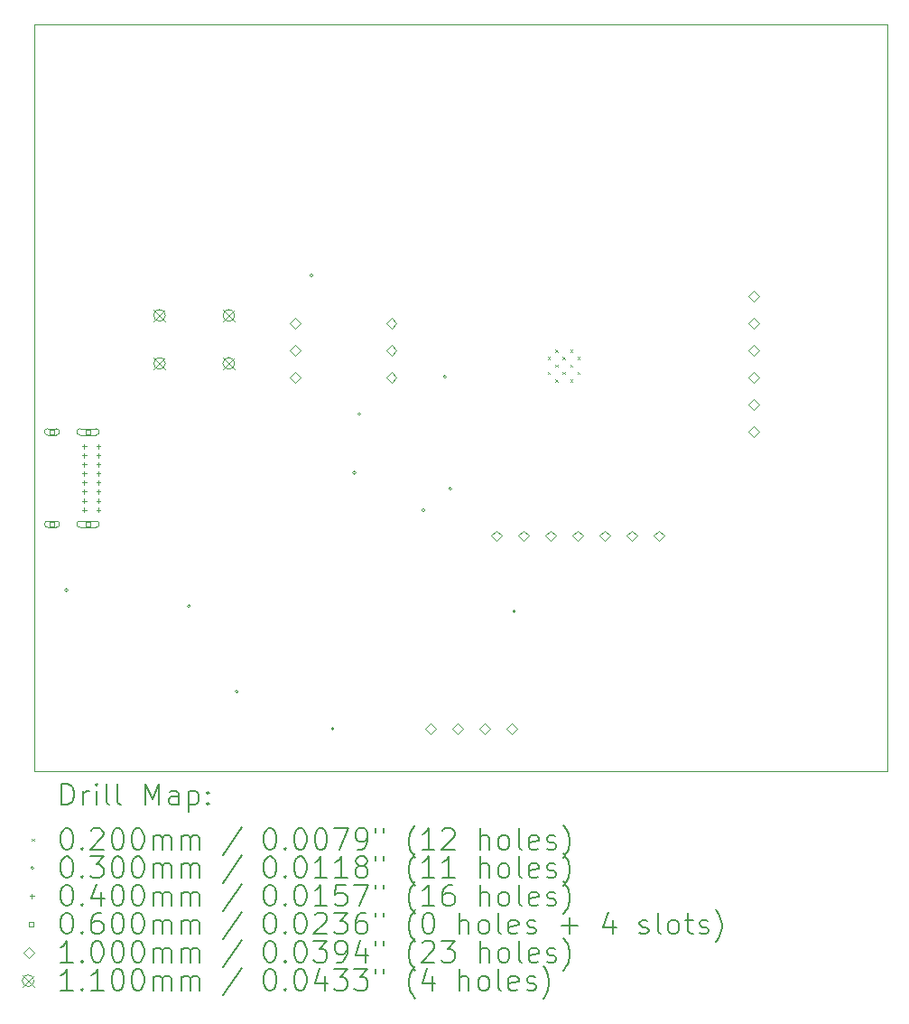
<source format=gbr>
%TF.GenerationSoftware,KiCad,Pcbnew,8.0.4*%
%TF.CreationDate,2024-10-11T16:18:34-05:00*%
%TF.ProjectId,final_project_v0.1,66696e61-6c5f-4707-926f-6a6563745f76,rev?*%
%TF.SameCoordinates,Original*%
%TF.FileFunction,Drillmap*%
%TF.FilePolarity,Positive*%
%FSLAX45Y45*%
G04 Gerber Fmt 4.5, Leading zero omitted, Abs format (unit mm)*
G04 Created by KiCad (PCBNEW 8.0.4) date 2024-10-11 16:18:34*
%MOMM*%
%LPD*%
G01*
G04 APERTURE LIST*
%ADD10C,0.050000*%
%ADD11C,0.200000*%
%ADD12C,0.100000*%
%ADD13C,0.110000*%
G04 APERTURE END LIST*
D10*
X10000000Y-5000000D02*
X18000000Y-5000000D01*
X18000000Y-12000000D01*
X10000000Y-12000000D01*
X10000000Y-5000000D01*
D11*
D12*
X14817500Y-8116000D02*
X14837500Y-8136000D01*
X14837500Y-8116000D02*
X14817500Y-8136000D01*
X14817500Y-8256000D02*
X14837500Y-8276000D01*
X14837500Y-8256000D02*
X14817500Y-8276000D01*
X14887500Y-8046000D02*
X14907500Y-8066000D01*
X14907500Y-8046000D02*
X14887500Y-8066000D01*
X14887500Y-8186000D02*
X14907500Y-8206000D01*
X14907500Y-8186000D02*
X14887500Y-8206000D01*
X14887500Y-8326000D02*
X14907500Y-8346000D01*
X14907500Y-8326000D02*
X14887500Y-8346000D01*
X14957500Y-8116000D02*
X14977500Y-8136000D01*
X14977500Y-8116000D02*
X14957500Y-8136000D01*
X14957500Y-8256000D02*
X14977500Y-8276000D01*
X14977500Y-8256000D02*
X14957500Y-8276000D01*
X15027500Y-8046000D02*
X15047500Y-8066000D01*
X15047500Y-8046000D02*
X15027500Y-8066000D01*
X15027500Y-8186000D02*
X15047500Y-8206000D01*
X15047500Y-8186000D02*
X15027500Y-8206000D01*
X15027500Y-8326000D02*
X15047500Y-8346000D01*
X15047500Y-8326000D02*
X15027500Y-8346000D01*
X15097500Y-8116000D02*
X15117500Y-8136000D01*
X15117500Y-8116000D02*
X15097500Y-8136000D01*
X15097500Y-8256000D02*
X15117500Y-8276000D01*
X15117500Y-8256000D02*
X15097500Y-8276000D01*
X10315000Y-10300000D02*
G75*
G02*
X10285000Y-10300000I-15000J0D01*
G01*
X10285000Y-10300000D02*
G75*
G02*
X10315000Y-10300000I15000J0D01*
G01*
X11465000Y-10450000D02*
G75*
G02*
X11435000Y-10450000I-15000J0D01*
G01*
X11435000Y-10450000D02*
G75*
G02*
X11465000Y-10450000I15000J0D01*
G01*
X11915000Y-11250000D02*
G75*
G02*
X11885000Y-11250000I-15000J0D01*
G01*
X11885000Y-11250000D02*
G75*
G02*
X11915000Y-11250000I15000J0D01*
G01*
X12615000Y-7350000D02*
G75*
G02*
X12585000Y-7350000I-15000J0D01*
G01*
X12585000Y-7350000D02*
G75*
G02*
X12615000Y-7350000I15000J0D01*
G01*
X12815000Y-11600000D02*
G75*
G02*
X12785000Y-11600000I-15000J0D01*
G01*
X12785000Y-11600000D02*
G75*
G02*
X12815000Y-11600000I15000J0D01*
G01*
X13015000Y-9200000D02*
G75*
G02*
X12985000Y-9200000I-15000J0D01*
G01*
X12985000Y-9200000D02*
G75*
G02*
X13015000Y-9200000I15000J0D01*
G01*
X13065000Y-8650000D02*
G75*
G02*
X13035000Y-8650000I-15000J0D01*
G01*
X13035000Y-8650000D02*
G75*
G02*
X13065000Y-8650000I15000J0D01*
G01*
X13665000Y-9550000D02*
G75*
G02*
X13635000Y-9550000I-15000J0D01*
G01*
X13635000Y-9550000D02*
G75*
G02*
X13665000Y-9550000I15000J0D01*
G01*
X13865000Y-8300000D02*
G75*
G02*
X13835000Y-8300000I-15000J0D01*
G01*
X13835000Y-8300000D02*
G75*
G02*
X13865000Y-8300000I15000J0D01*
G01*
X13915000Y-9350000D02*
G75*
G02*
X13885000Y-9350000I-15000J0D01*
G01*
X13885000Y-9350000D02*
G75*
G02*
X13915000Y-9350000I15000J0D01*
G01*
X14515000Y-10500000D02*
G75*
G02*
X14485000Y-10500000I-15000J0D01*
G01*
X14485000Y-10500000D02*
G75*
G02*
X14515000Y-10500000I15000J0D01*
G01*
X10467500Y-8932500D02*
X10467500Y-8972500D01*
X10447500Y-8952500D02*
X10487500Y-8952500D01*
X10467500Y-9017500D02*
X10467500Y-9057500D01*
X10447500Y-9037500D02*
X10487500Y-9037500D01*
X10467500Y-9102500D02*
X10467500Y-9142500D01*
X10447500Y-9122500D02*
X10487500Y-9122500D01*
X10467500Y-9187500D02*
X10467500Y-9227500D01*
X10447500Y-9207500D02*
X10487500Y-9207500D01*
X10467500Y-9272500D02*
X10467500Y-9312500D01*
X10447500Y-9292500D02*
X10487500Y-9292500D01*
X10467500Y-9357500D02*
X10467500Y-9397500D01*
X10447500Y-9377500D02*
X10487500Y-9377500D01*
X10467500Y-9442500D02*
X10467500Y-9482500D01*
X10447500Y-9462500D02*
X10487500Y-9462500D01*
X10467500Y-9527500D02*
X10467500Y-9567500D01*
X10447500Y-9547500D02*
X10487500Y-9547500D01*
X10602500Y-8932500D02*
X10602500Y-8972500D01*
X10582500Y-8952500D02*
X10622500Y-8952500D01*
X10602500Y-9017500D02*
X10602500Y-9057500D01*
X10582500Y-9037500D02*
X10622500Y-9037500D01*
X10602500Y-9102500D02*
X10602500Y-9142500D01*
X10582500Y-9122500D02*
X10622500Y-9122500D01*
X10602500Y-9187500D02*
X10602500Y-9227500D01*
X10582500Y-9207500D02*
X10622500Y-9207500D01*
X10602500Y-9272500D02*
X10602500Y-9312500D01*
X10582500Y-9292500D02*
X10622500Y-9292500D01*
X10602500Y-9357500D02*
X10602500Y-9397500D01*
X10582500Y-9377500D02*
X10622500Y-9377500D01*
X10602500Y-9442500D02*
X10602500Y-9482500D01*
X10582500Y-9462500D02*
X10622500Y-9462500D01*
X10602500Y-9527500D02*
X10602500Y-9567500D01*
X10582500Y-9547500D02*
X10622500Y-9547500D01*
X10187713Y-8838713D02*
X10187713Y-8796287D01*
X10145287Y-8796287D01*
X10145287Y-8838713D01*
X10187713Y-8838713D01*
X10206500Y-8787500D02*
X10126500Y-8787500D01*
X10126500Y-8847500D02*
G75*
G02*
X10126500Y-8787500I0J30000D01*
G01*
X10126500Y-8847500D02*
X10206500Y-8847500D01*
X10206500Y-8847500D02*
G75*
G03*
X10206500Y-8787500I0J30000D01*
G01*
X10187713Y-9703713D02*
X10187713Y-9661287D01*
X10145287Y-9661287D01*
X10145287Y-9703713D01*
X10187713Y-9703713D01*
X10206500Y-9652500D02*
X10126500Y-9652500D01*
X10126500Y-9712500D02*
G75*
G02*
X10126500Y-9652500I0J30000D01*
G01*
X10126500Y-9712500D02*
X10206500Y-9712500D01*
X10206500Y-9712500D02*
G75*
G03*
X10206500Y-9652500I0J30000D01*
G01*
X10525713Y-8838713D02*
X10525713Y-8796287D01*
X10483287Y-8796287D01*
X10483287Y-8838713D01*
X10525713Y-8838713D01*
X10579500Y-8787500D02*
X10429500Y-8787500D01*
X10429500Y-8847500D02*
G75*
G02*
X10429500Y-8787500I0J30000D01*
G01*
X10429500Y-8847500D02*
X10579500Y-8847500D01*
X10579500Y-8847500D02*
G75*
G03*
X10579500Y-8787500I0J30000D01*
G01*
X10525713Y-9703713D02*
X10525713Y-9661287D01*
X10483287Y-9661287D01*
X10483287Y-9703713D01*
X10525713Y-9703713D01*
X10579500Y-9652500D02*
X10429500Y-9652500D01*
X10429500Y-9712500D02*
G75*
G02*
X10429500Y-9652500I0J30000D01*
G01*
X10429500Y-9712500D02*
X10579500Y-9712500D01*
X10579500Y-9712500D02*
G75*
G03*
X10579500Y-9652500I0J30000D01*
G01*
X12450000Y-7846000D02*
X12500000Y-7796000D01*
X12450000Y-7746000D01*
X12400000Y-7796000D01*
X12450000Y-7846000D01*
X12450000Y-8100000D02*
X12500000Y-8050000D01*
X12450000Y-8000000D01*
X12400000Y-8050000D01*
X12450000Y-8100000D01*
X12450000Y-8354000D02*
X12500000Y-8304000D01*
X12450000Y-8254000D01*
X12400000Y-8304000D01*
X12450000Y-8354000D01*
X13350000Y-7850000D02*
X13400000Y-7800000D01*
X13350000Y-7750000D01*
X13300000Y-7800000D01*
X13350000Y-7850000D01*
X13350000Y-8104000D02*
X13400000Y-8054000D01*
X13350000Y-8004000D01*
X13300000Y-8054000D01*
X13350000Y-8104000D01*
X13350000Y-8358000D02*
X13400000Y-8308000D01*
X13350000Y-8258000D01*
X13300000Y-8308000D01*
X13350000Y-8358000D01*
X13720000Y-11650000D02*
X13770000Y-11600000D01*
X13720000Y-11550000D01*
X13670000Y-11600000D01*
X13720000Y-11650000D01*
X13974000Y-11650000D02*
X14024000Y-11600000D01*
X13974000Y-11550000D01*
X13924000Y-11600000D01*
X13974000Y-11650000D01*
X14228000Y-11650000D02*
X14278000Y-11600000D01*
X14228000Y-11550000D01*
X14178000Y-11600000D01*
X14228000Y-11650000D01*
X14334000Y-9842000D02*
X14384000Y-9792000D01*
X14334000Y-9742000D01*
X14284000Y-9792000D01*
X14334000Y-9842000D01*
X14482000Y-11650000D02*
X14532000Y-11600000D01*
X14482000Y-11550000D01*
X14432000Y-11600000D01*
X14482000Y-11650000D01*
X14588000Y-9842000D02*
X14638000Y-9792000D01*
X14588000Y-9742000D01*
X14538000Y-9792000D01*
X14588000Y-9842000D01*
X14842000Y-9842000D02*
X14892000Y-9792000D01*
X14842000Y-9742000D01*
X14792000Y-9792000D01*
X14842000Y-9842000D01*
X15096000Y-9842000D02*
X15146000Y-9792000D01*
X15096000Y-9742000D01*
X15046000Y-9792000D01*
X15096000Y-9842000D01*
X15350000Y-9842000D02*
X15400000Y-9792000D01*
X15350000Y-9742000D01*
X15300000Y-9792000D01*
X15350000Y-9842000D01*
X15604000Y-9842000D02*
X15654000Y-9792000D01*
X15604000Y-9742000D01*
X15554000Y-9792000D01*
X15604000Y-9842000D01*
X15858000Y-9842000D02*
X15908000Y-9792000D01*
X15858000Y-9742000D01*
X15808000Y-9792000D01*
X15858000Y-9842000D01*
X16750000Y-7596000D02*
X16800000Y-7546000D01*
X16750000Y-7496000D01*
X16700000Y-7546000D01*
X16750000Y-7596000D01*
X16750000Y-7850000D02*
X16800000Y-7800000D01*
X16750000Y-7750000D01*
X16700000Y-7800000D01*
X16750000Y-7850000D01*
X16750000Y-8104000D02*
X16800000Y-8054000D01*
X16750000Y-8004000D01*
X16700000Y-8054000D01*
X16750000Y-8104000D01*
X16750000Y-8358000D02*
X16800000Y-8308000D01*
X16750000Y-8258000D01*
X16700000Y-8308000D01*
X16750000Y-8358000D01*
X16750000Y-8612000D02*
X16800000Y-8562000D01*
X16750000Y-8512000D01*
X16700000Y-8562000D01*
X16750000Y-8612000D01*
X16750000Y-8866000D02*
X16800000Y-8816000D01*
X16750000Y-8766000D01*
X16700000Y-8816000D01*
X16750000Y-8866000D01*
D13*
X11120000Y-7670000D02*
X11230000Y-7780000D01*
X11230000Y-7670000D02*
X11120000Y-7780000D01*
X11230000Y-7725000D02*
G75*
G02*
X11120000Y-7725000I-55000J0D01*
G01*
X11120000Y-7725000D02*
G75*
G02*
X11230000Y-7725000I55000J0D01*
G01*
X11120000Y-8120000D02*
X11230000Y-8230000D01*
X11230000Y-8120000D02*
X11120000Y-8230000D01*
X11230000Y-8175000D02*
G75*
G02*
X11120000Y-8175000I-55000J0D01*
G01*
X11120000Y-8175000D02*
G75*
G02*
X11230000Y-8175000I55000J0D01*
G01*
X11770000Y-7670000D02*
X11880000Y-7780000D01*
X11880000Y-7670000D02*
X11770000Y-7780000D01*
X11880000Y-7725000D02*
G75*
G02*
X11770000Y-7725000I-55000J0D01*
G01*
X11770000Y-7725000D02*
G75*
G02*
X11880000Y-7725000I55000J0D01*
G01*
X11770000Y-8120000D02*
X11880000Y-8230000D01*
X11880000Y-8120000D02*
X11770000Y-8230000D01*
X11880000Y-8175000D02*
G75*
G02*
X11770000Y-8175000I-55000J0D01*
G01*
X11770000Y-8175000D02*
G75*
G02*
X11880000Y-8175000I55000J0D01*
G01*
D11*
X10258277Y-12313984D02*
X10258277Y-12113984D01*
X10258277Y-12113984D02*
X10305896Y-12113984D01*
X10305896Y-12113984D02*
X10334467Y-12123508D01*
X10334467Y-12123508D02*
X10353515Y-12142555D01*
X10353515Y-12142555D02*
X10363039Y-12161603D01*
X10363039Y-12161603D02*
X10372563Y-12199698D01*
X10372563Y-12199698D02*
X10372563Y-12228269D01*
X10372563Y-12228269D02*
X10363039Y-12266365D01*
X10363039Y-12266365D02*
X10353515Y-12285412D01*
X10353515Y-12285412D02*
X10334467Y-12304460D01*
X10334467Y-12304460D02*
X10305896Y-12313984D01*
X10305896Y-12313984D02*
X10258277Y-12313984D01*
X10458277Y-12313984D02*
X10458277Y-12180650D01*
X10458277Y-12218746D02*
X10467801Y-12199698D01*
X10467801Y-12199698D02*
X10477324Y-12190174D01*
X10477324Y-12190174D02*
X10496372Y-12180650D01*
X10496372Y-12180650D02*
X10515420Y-12180650D01*
X10582086Y-12313984D02*
X10582086Y-12180650D01*
X10582086Y-12113984D02*
X10572563Y-12123508D01*
X10572563Y-12123508D02*
X10582086Y-12133031D01*
X10582086Y-12133031D02*
X10591610Y-12123508D01*
X10591610Y-12123508D02*
X10582086Y-12113984D01*
X10582086Y-12113984D02*
X10582086Y-12133031D01*
X10705896Y-12313984D02*
X10686848Y-12304460D01*
X10686848Y-12304460D02*
X10677324Y-12285412D01*
X10677324Y-12285412D02*
X10677324Y-12113984D01*
X10810658Y-12313984D02*
X10791610Y-12304460D01*
X10791610Y-12304460D02*
X10782086Y-12285412D01*
X10782086Y-12285412D02*
X10782086Y-12113984D01*
X11039229Y-12313984D02*
X11039229Y-12113984D01*
X11039229Y-12113984D02*
X11105896Y-12256841D01*
X11105896Y-12256841D02*
X11172563Y-12113984D01*
X11172563Y-12113984D02*
X11172563Y-12313984D01*
X11353515Y-12313984D02*
X11353515Y-12209222D01*
X11353515Y-12209222D02*
X11343991Y-12190174D01*
X11343991Y-12190174D02*
X11324943Y-12180650D01*
X11324943Y-12180650D02*
X11286848Y-12180650D01*
X11286848Y-12180650D02*
X11267801Y-12190174D01*
X11353515Y-12304460D02*
X11334467Y-12313984D01*
X11334467Y-12313984D02*
X11286848Y-12313984D01*
X11286848Y-12313984D02*
X11267801Y-12304460D01*
X11267801Y-12304460D02*
X11258277Y-12285412D01*
X11258277Y-12285412D02*
X11258277Y-12266365D01*
X11258277Y-12266365D02*
X11267801Y-12247317D01*
X11267801Y-12247317D02*
X11286848Y-12237793D01*
X11286848Y-12237793D02*
X11334467Y-12237793D01*
X11334467Y-12237793D02*
X11353515Y-12228269D01*
X11448753Y-12180650D02*
X11448753Y-12380650D01*
X11448753Y-12190174D02*
X11467801Y-12180650D01*
X11467801Y-12180650D02*
X11505896Y-12180650D01*
X11505896Y-12180650D02*
X11524943Y-12190174D01*
X11524943Y-12190174D02*
X11534467Y-12199698D01*
X11534467Y-12199698D02*
X11543991Y-12218746D01*
X11543991Y-12218746D02*
X11543991Y-12275888D01*
X11543991Y-12275888D02*
X11534467Y-12294936D01*
X11534467Y-12294936D02*
X11524943Y-12304460D01*
X11524943Y-12304460D02*
X11505896Y-12313984D01*
X11505896Y-12313984D02*
X11467801Y-12313984D01*
X11467801Y-12313984D02*
X11448753Y-12304460D01*
X11629705Y-12294936D02*
X11639229Y-12304460D01*
X11639229Y-12304460D02*
X11629705Y-12313984D01*
X11629705Y-12313984D02*
X11620182Y-12304460D01*
X11620182Y-12304460D02*
X11629705Y-12294936D01*
X11629705Y-12294936D02*
X11629705Y-12313984D01*
X11629705Y-12190174D02*
X11639229Y-12199698D01*
X11639229Y-12199698D02*
X11629705Y-12209222D01*
X11629705Y-12209222D02*
X11620182Y-12199698D01*
X11620182Y-12199698D02*
X11629705Y-12190174D01*
X11629705Y-12190174D02*
X11629705Y-12209222D01*
D12*
X9977500Y-12632500D02*
X9997500Y-12652500D01*
X9997500Y-12632500D02*
X9977500Y-12652500D01*
D11*
X10296372Y-12533984D02*
X10315420Y-12533984D01*
X10315420Y-12533984D02*
X10334467Y-12543508D01*
X10334467Y-12543508D02*
X10343991Y-12553031D01*
X10343991Y-12553031D02*
X10353515Y-12572079D01*
X10353515Y-12572079D02*
X10363039Y-12610174D01*
X10363039Y-12610174D02*
X10363039Y-12657793D01*
X10363039Y-12657793D02*
X10353515Y-12695888D01*
X10353515Y-12695888D02*
X10343991Y-12714936D01*
X10343991Y-12714936D02*
X10334467Y-12724460D01*
X10334467Y-12724460D02*
X10315420Y-12733984D01*
X10315420Y-12733984D02*
X10296372Y-12733984D01*
X10296372Y-12733984D02*
X10277324Y-12724460D01*
X10277324Y-12724460D02*
X10267801Y-12714936D01*
X10267801Y-12714936D02*
X10258277Y-12695888D01*
X10258277Y-12695888D02*
X10248753Y-12657793D01*
X10248753Y-12657793D02*
X10248753Y-12610174D01*
X10248753Y-12610174D02*
X10258277Y-12572079D01*
X10258277Y-12572079D02*
X10267801Y-12553031D01*
X10267801Y-12553031D02*
X10277324Y-12543508D01*
X10277324Y-12543508D02*
X10296372Y-12533984D01*
X10448753Y-12714936D02*
X10458277Y-12724460D01*
X10458277Y-12724460D02*
X10448753Y-12733984D01*
X10448753Y-12733984D02*
X10439229Y-12724460D01*
X10439229Y-12724460D02*
X10448753Y-12714936D01*
X10448753Y-12714936D02*
X10448753Y-12733984D01*
X10534467Y-12553031D02*
X10543991Y-12543508D01*
X10543991Y-12543508D02*
X10563039Y-12533984D01*
X10563039Y-12533984D02*
X10610658Y-12533984D01*
X10610658Y-12533984D02*
X10629705Y-12543508D01*
X10629705Y-12543508D02*
X10639229Y-12553031D01*
X10639229Y-12553031D02*
X10648753Y-12572079D01*
X10648753Y-12572079D02*
X10648753Y-12591127D01*
X10648753Y-12591127D02*
X10639229Y-12619698D01*
X10639229Y-12619698D02*
X10524944Y-12733984D01*
X10524944Y-12733984D02*
X10648753Y-12733984D01*
X10772563Y-12533984D02*
X10791610Y-12533984D01*
X10791610Y-12533984D02*
X10810658Y-12543508D01*
X10810658Y-12543508D02*
X10820182Y-12553031D01*
X10820182Y-12553031D02*
X10829705Y-12572079D01*
X10829705Y-12572079D02*
X10839229Y-12610174D01*
X10839229Y-12610174D02*
X10839229Y-12657793D01*
X10839229Y-12657793D02*
X10829705Y-12695888D01*
X10829705Y-12695888D02*
X10820182Y-12714936D01*
X10820182Y-12714936D02*
X10810658Y-12724460D01*
X10810658Y-12724460D02*
X10791610Y-12733984D01*
X10791610Y-12733984D02*
X10772563Y-12733984D01*
X10772563Y-12733984D02*
X10753515Y-12724460D01*
X10753515Y-12724460D02*
X10743991Y-12714936D01*
X10743991Y-12714936D02*
X10734467Y-12695888D01*
X10734467Y-12695888D02*
X10724944Y-12657793D01*
X10724944Y-12657793D02*
X10724944Y-12610174D01*
X10724944Y-12610174D02*
X10734467Y-12572079D01*
X10734467Y-12572079D02*
X10743991Y-12553031D01*
X10743991Y-12553031D02*
X10753515Y-12543508D01*
X10753515Y-12543508D02*
X10772563Y-12533984D01*
X10963039Y-12533984D02*
X10982086Y-12533984D01*
X10982086Y-12533984D02*
X11001134Y-12543508D01*
X11001134Y-12543508D02*
X11010658Y-12553031D01*
X11010658Y-12553031D02*
X11020182Y-12572079D01*
X11020182Y-12572079D02*
X11029705Y-12610174D01*
X11029705Y-12610174D02*
X11029705Y-12657793D01*
X11029705Y-12657793D02*
X11020182Y-12695888D01*
X11020182Y-12695888D02*
X11010658Y-12714936D01*
X11010658Y-12714936D02*
X11001134Y-12724460D01*
X11001134Y-12724460D02*
X10982086Y-12733984D01*
X10982086Y-12733984D02*
X10963039Y-12733984D01*
X10963039Y-12733984D02*
X10943991Y-12724460D01*
X10943991Y-12724460D02*
X10934467Y-12714936D01*
X10934467Y-12714936D02*
X10924944Y-12695888D01*
X10924944Y-12695888D02*
X10915420Y-12657793D01*
X10915420Y-12657793D02*
X10915420Y-12610174D01*
X10915420Y-12610174D02*
X10924944Y-12572079D01*
X10924944Y-12572079D02*
X10934467Y-12553031D01*
X10934467Y-12553031D02*
X10943991Y-12543508D01*
X10943991Y-12543508D02*
X10963039Y-12533984D01*
X11115420Y-12733984D02*
X11115420Y-12600650D01*
X11115420Y-12619698D02*
X11124944Y-12610174D01*
X11124944Y-12610174D02*
X11143991Y-12600650D01*
X11143991Y-12600650D02*
X11172563Y-12600650D01*
X11172563Y-12600650D02*
X11191610Y-12610174D01*
X11191610Y-12610174D02*
X11201134Y-12629222D01*
X11201134Y-12629222D02*
X11201134Y-12733984D01*
X11201134Y-12629222D02*
X11210658Y-12610174D01*
X11210658Y-12610174D02*
X11229705Y-12600650D01*
X11229705Y-12600650D02*
X11258277Y-12600650D01*
X11258277Y-12600650D02*
X11277324Y-12610174D01*
X11277324Y-12610174D02*
X11286848Y-12629222D01*
X11286848Y-12629222D02*
X11286848Y-12733984D01*
X11382086Y-12733984D02*
X11382086Y-12600650D01*
X11382086Y-12619698D02*
X11391610Y-12610174D01*
X11391610Y-12610174D02*
X11410658Y-12600650D01*
X11410658Y-12600650D02*
X11439229Y-12600650D01*
X11439229Y-12600650D02*
X11458277Y-12610174D01*
X11458277Y-12610174D02*
X11467801Y-12629222D01*
X11467801Y-12629222D02*
X11467801Y-12733984D01*
X11467801Y-12629222D02*
X11477324Y-12610174D01*
X11477324Y-12610174D02*
X11496372Y-12600650D01*
X11496372Y-12600650D02*
X11524943Y-12600650D01*
X11524943Y-12600650D02*
X11543991Y-12610174D01*
X11543991Y-12610174D02*
X11553515Y-12629222D01*
X11553515Y-12629222D02*
X11553515Y-12733984D01*
X11943991Y-12524460D02*
X11772563Y-12781603D01*
X12201134Y-12533984D02*
X12220182Y-12533984D01*
X12220182Y-12533984D02*
X12239229Y-12543508D01*
X12239229Y-12543508D02*
X12248753Y-12553031D01*
X12248753Y-12553031D02*
X12258277Y-12572079D01*
X12258277Y-12572079D02*
X12267801Y-12610174D01*
X12267801Y-12610174D02*
X12267801Y-12657793D01*
X12267801Y-12657793D02*
X12258277Y-12695888D01*
X12258277Y-12695888D02*
X12248753Y-12714936D01*
X12248753Y-12714936D02*
X12239229Y-12724460D01*
X12239229Y-12724460D02*
X12220182Y-12733984D01*
X12220182Y-12733984D02*
X12201134Y-12733984D01*
X12201134Y-12733984D02*
X12182086Y-12724460D01*
X12182086Y-12724460D02*
X12172563Y-12714936D01*
X12172563Y-12714936D02*
X12163039Y-12695888D01*
X12163039Y-12695888D02*
X12153515Y-12657793D01*
X12153515Y-12657793D02*
X12153515Y-12610174D01*
X12153515Y-12610174D02*
X12163039Y-12572079D01*
X12163039Y-12572079D02*
X12172563Y-12553031D01*
X12172563Y-12553031D02*
X12182086Y-12543508D01*
X12182086Y-12543508D02*
X12201134Y-12533984D01*
X12353515Y-12714936D02*
X12363039Y-12724460D01*
X12363039Y-12724460D02*
X12353515Y-12733984D01*
X12353515Y-12733984D02*
X12343991Y-12724460D01*
X12343991Y-12724460D02*
X12353515Y-12714936D01*
X12353515Y-12714936D02*
X12353515Y-12733984D01*
X12486848Y-12533984D02*
X12505896Y-12533984D01*
X12505896Y-12533984D02*
X12524944Y-12543508D01*
X12524944Y-12543508D02*
X12534467Y-12553031D01*
X12534467Y-12553031D02*
X12543991Y-12572079D01*
X12543991Y-12572079D02*
X12553515Y-12610174D01*
X12553515Y-12610174D02*
X12553515Y-12657793D01*
X12553515Y-12657793D02*
X12543991Y-12695888D01*
X12543991Y-12695888D02*
X12534467Y-12714936D01*
X12534467Y-12714936D02*
X12524944Y-12724460D01*
X12524944Y-12724460D02*
X12505896Y-12733984D01*
X12505896Y-12733984D02*
X12486848Y-12733984D01*
X12486848Y-12733984D02*
X12467801Y-12724460D01*
X12467801Y-12724460D02*
X12458277Y-12714936D01*
X12458277Y-12714936D02*
X12448753Y-12695888D01*
X12448753Y-12695888D02*
X12439229Y-12657793D01*
X12439229Y-12657793D02*
X12439229Y-12610174D01*
X12439229Y-12610174D02*
X12448753Y-12572079D01*
X12448753Y-12572079D02*
X12458277Y-12553031D01*
X12458277Y-12553031D02*
X12467801Y-12543508D01*
X12467801Y-12543508D02*
X12486848Y-12533984D01*
X12677325Y-12533984D02*
X12696372Y-12533984D01*
X12696372Y-12533984D02*
X12715420Y-12543508D01*
X12715420Y-12543508D02*
X12724944Y-12553031D01*
X12724944Y-12553031D02*
X12734467Y-12572079D01*
X12734467Y-12572079D02*
X12743991Y-12610174D01*
X12743991Y-12610174D02*
X12743991Y-12657793D01*
X12743991Y-12657793D02*
X12734467Y-12695888D01*
X12734467Y-12695888D02*
X12724944Y-12714936D01*
X12724944Y-12714936D02*
X12715420Y-12724460D01*
X12715420Y-12724460D02*
X12696372Y-12733984D01*
X12696372Y-12733984D02*
X12677325Y-12733984D01*
X12677325Y-12733984D02*
X12658277Y-12724460D01*
X12658277Y-12724460D02*
X12648753Y-12714936D01*
X12648753Y-12714936D02*
X12639229Y-12695888D01*
X12639229Y-12695888D02*
X12629706Y-12657793D01*
X12629706Y-12657793D02*
X12629706Y-12610174D01*
X12629706Y-12610174D02*
X12639229Y-12572079D01*
X12639229Y-12572079D02*
X12648753Y-12553031D01*
X12648753Y-12553031D02*
X12658277Y-12543508D01*
X12658277Y-12543508D02*
X12677325Y-12533984D01*
X12810658Y-12533984D02*
X12943991Y-12533984D01*
X12943991Y-12533984D02*
X12858277Y-12733984D01*
X13029706Y-12733984D02*
X13067801Y-12733984D01*
X13067801Y-12733984D02*
X13086848Y-12724460D01*
X13086848Y-12724460D02*
X13096372Y-12714936D01*
X13096372Y-12714936D02*
X13115420Y-12686365D01*
X13115420Y-12686365D02*
X13124944Y-12648269D01*
X13124944Y-12648269D02*
X13124944Y-12572079D01*
X13124944Y-12572079D02*
X13115420Y-12553031D01*
X13115420Y-12553031D02*
X13105896Y-12543508D01*
X13105896Y-12543508D02*
X13086848Y-12533984D01*
X13086848Y-12533984D02*
X13048753Y-12533984D01*
X13048753Y-12533984D02*
X13029706Y-12543508D01*
X13029706Y-12543508D02*
X13020182Y-12553031D01*
X13020182Y-12553031D02*
X13010658Y-12572079D01*
X13010658Y-12572079D02*
X13010658Y-12619698D01*
X13010658Y-12619698D02*
X13020182Y-12638746D01*
X13020182Y-12638746D02*
X13029706Y-12648269D01*
X13029706Y-12648269D02*
X13048753Y-12657793D01*
X13048753Y-12657793D02*
X13086848Y-12657793D01*
X13086848Y-12657793D02*
X13105896Y-12648269D01*
X13105896Y-12648269D02*
X13115420Y-12638746D01*
X13115420Y-12638746D02*
X13124944Y-12619698D01*
X13201134Y-12533984D02*
X13201134Y-12572079D01*
X13277325Y-12533984D02*
X13277325Y-12572079D01*
X13572563Y-12810174D02*
X13563039Y-12800650D01*
X13563039Y-12800650D02*
X13543991Y-12772079D01*
X13543991Y-12772079D02*
X13534468Y-12753031D01*
X13534468Y-12753031D02*
X13524944Y-12724460D01*
X13524944Y-12724460D02*
X13515420Y-12676841D01*
X13515420Y-12676841D02*
X13515420Y-12638746D01*
X13515420Y-12638746D02*
X13524944Y-12591127D01*
X13524944Y-12591127D02*
X13534468Y-12562555D01*
X13534468Y-12562555D02*
X13543991Y-12543508D01*
X13543991Y-12543508D02*
X13563039Y-12514936D01*
X13563039Y-12514936D02*
X13572563Y-12505412D01*
X13753515Y-12733984D02*
X13639229Y-12733984D01*
X13696372Y-12733984D02*
X13696372Y-12533984D01*
X13696372Y-12533984D02*
X13677325Y-12562555D01*
X13677325Y-12562555D02*
X13658277Y-12581603D01*
X13658277Y-12581603D02*
X13639229Y-12591127D01*
X13829706Y-12553031D02*
X13839229Y-12543508D01*
X13839229Y-12543508D02*
X13858277Y-12533984D01*
X13858277Y-12533984D02*
X13905896Y-12533984D01*
X13905896Y-12533984D02*
X13924944Y-12543508D01*
X13924944Y-12543508D02*
X13934468Y-12553031D01*
X13934468Y-12553031D02*
X13943991Y-12572079D01*
X13943991Y-12572079D02*
X13943991Y-12591127D01*
X13943991Y-12591127D02*
X13934468Y-12619698D01*
X13934468Y-12619698D02*
X13820182Y-12733984D01*
X13820182Y-12733984D02*
X13943991Y-12733984D01*
X14182087Y-12733984D02*
X14182087Y-12533984D01*
X14267801Y-12733984D02*
X14267801Y-12629222D01*
X14267801Y-12629222D02*
X14258277Y-12610174D01*
X14258277Y-12610174D02*
X14239230Y-12600650D01*
X14239230Y-12600650D02*
X14210658Y-12600650D01*
X14210658Y-12600650D02*
X14191610Y-12610174D01*
X14191610Y-12610174D02*
X14182087Y-12619698D01*
X14391610Y-12733984D02*
X14372563Y-12724460D01*
X14372563Y-12724460D02*
X14363039Y-12714936D01*
X14363039Y-12714936D02*
X14353515Y-12695888D01*
X14353515Y-12695888D02*
X14353515Y-12638746D01*
X14353515Y-12638746D02*
X14363039Y-12619698D01*
X14363039Y-12619698D02*
X14372563Y-12610174D01*
X14372563Y-12610174D02*
X14391610Y-12600650D01*
X14391610Y-12600650D02*
X14420182Y-12600650D01*
X14420182Y-12600650D02*
X14439230Y-12610174D01*
X14439230Y-12610174D02*
X14448753Y-12619698D01*
X14448753Y-12619698D02*
X14458277Y-12638746D01*
X14458277Y-12638746D02*
X14458277Y-12695888D01*
X14458277Y-12695888D02*
X14448753Y-12714936D01*
X14448753Y-12714936D02*
X14439230Y-12724460D01*
X14439230Y-12724460D02*
X14420182Y-12733984D01*
X14420182Y-12733984D02*
X14391610Y-12733984D01*
X14572563Y-12733984D02*
X14553515Y-12724460D01*
X14553515Y-12724460D02*
X14543991Y-12705412D01*
X14543991Y-12705412D02*
X14543991Y-12533984D01*
X14724944Y-12724460D02*
X14705896Y-12733984D01*
X14705896Y-12733984D02*
X14667801Y-12733984D01*
X14667801Y-12733984D02*
X14648753Y-12724460D01*
X14648753Y-12724460D02*
X14639230Y-12705412D01*
X14639230Y-12705412D02*
X14639230Y-12629222D01*
X14639230Y-12629222D02*
X14648753Y-12610174D01*
X14648753Y-12610174D02*
X14667801Y-12600650D01*
X14667801Y-12600650D02*
X14705896Y-12600650D01*
X14705896Y-12600650D02*
X14724944Y-12610174D01*
X14724944Y-12610174D02*
X14734468Y-12629222D01*
X14734468Y-12629222D02*
X14734468Y-12648269D01*
X14734468Y-12648269D02*
X14639230Y-12667317D01*
X14810658Y-12724460D02*
X14829706Y-12733984D01*
X14829706Y-12733984D02*
X14867801Y-12733984D01*
X14867801Y-12733984D02*
X14886849Y-12724460D01*
X14886849Y-12724460D02*
X14896372Y-12705412D01*
X14896372Y-12705412D02*
X14896372Y-12695888D01*
X14896372Y-12695888D02*
X14886849Y-12676841D01*
X14886849Y-12676841D02*
X14867801Y-12667317D01*
X14867801Y-12667317D02*
X14839230Y-12667317D01*
X14839230Y-12667317D02*
X14820182Y-12657793D01*
X14820182Y-12657793D02*
X14810658Y-12638746D01*
X14810658Y-12638746D02*
X14810658Y-12629222D01*
X14810658Y-12629222D02*
X14820182Y-12610174D01*
X14820182Y-12610174D02*
X14839230Y-12600650D01*
X14839230Y-12600650D02*
X14867801Y-12600650D01*
X14867801Y-12600650D02*
X14886849Y-12610174D01*
X14963039Y-12810174D02*
X14972563Y-12800650D01*
X14972563Y-12800650D02*
X14991611Y-12772079D01*
X14991611Y-12772079D02*
X15001134Y-12753031D01*
X15001134Y-12753031D02*
X15010658Y-12724460D01*
X15010658Y-12724460D02*
X15020182Y-12676841D01*
X15020182Y-12676841D02*
X15020182Y-12638746D01*
X15020182Y-12638746D02*
X15010658Y-12591127D01*
X15010658Y-12591127D02*
X15001134Y-12562555D01*
X15001134Y-12562555D02*
X14991611Y-12543508D01*
X14991611Y-12543508D02*
X14972563Y-12514936D01*
X14972563Y-12514936D02*
X14963039Y-12505412D01*
D12*
X9997500Y-12906500D02*
G75*
G02*
X9967500Y-12906500I-15000J0D01*
G01*
X9967500Y-12906500D02*
G75*
G02*
X9997500Y-12906500I15000J0D01*
G01*
D11*
X10296372Y-12797984D02*
X10315420Y-12797984D01*
X10315420Y-12797984D02*
X10334467Y-12807508D01*
X10334467Y-12807508D02*
X10343991Y-12817031D01*
X10343991Y-12817031D02*
X10353515Y-12836079D01*
X10353515Y-12836079D02*
X10363039Y-12874174D01*
X10363039Y-12874174D02*
X10363039Y-12921793D01*
X10363039Y-12921793D02*
X10353515Y-12959888D01*
X10353515Y-12959888D02*
X10343991Y-12978936D01*
X10343991Y-12978936D02*
X10334467Y-12988460D01*
X10334467Y-12988460D02*
X10315420Y-12997984D01*
X10315420Y-12997984D02*
X10296372Y-12997984D01*
X10296372Y-12997984D02*
X10277324Y-12988460D01*
X10277324Y-12988460D02*
X10267801Y-12978936D01*
X10267801Y-12978936D02*
X10258277Y-12959888D01*
X10258277Y-12959888D02*
X10248753Y-12921793D01*
X10248753Y-12921793D02*
X10248753Y-12874174D01*
X10248753Y-12874174D02*
X10258277Y-12836079D01*
X10258277Y-12836079D02*
X10267801Y-12817031D01*
X10267801Y-12817031D02*
X10277324Y-12807508D01*
X10277324Y-12807508D02*
X10296372Y-12797984D01*
X10448753Y-12978936D02*
X10458277Y-12988460D01*
X10458277Y-12988460D02*
X10448753Y-12997984D01*
X10448753Y-12997984D02*
X10439229Y-12988460D01*
X10439229Y-12988460D02*
X10448753Y-12978936D01*
X10448753Y-12978936D02*
X10448753Y-12997984D01*
X10524944Y-12797984D02*
X10648753Y-12797984D01*
X10648753Y-12797984D02*
X10582086Y-12874174D01*
X10582086Y-12874174D02*
X10610658Y-12874174D01*
X10610658Y-12874174D02*
X10629705Y-12883698D01*
X10629705Y-12883698D02*
X10639229Y-12893222D01*
X10639229Y-12893222D02*
X10648753Y-12912269D01*
X10648753Y-12912269D02*
X10648753Y-12959888D01*
X10648753Y-12959888D02*
X10639229Y-12978936D01*
X10639229Y-12978936D02*
X10629705Y-12988460D01*
X10629705Y-12988460D02*
X10610658Y-12997984D01*
X10610658Y-12997984D02*
X10553515Y-12997984D01*
X10553515Y-12997984D02*
X10534467Y-12988460D01*
X10534467Y-12988460D02*
X10524944Y-12978936D01*
X10772563Y-12797984D02*
X10791610Y-12797984D01*
X10791610Y-12797984D02*
X10810658Y-12807508D01*
X10810658Y-12807508D02*
X10820182Y-12817031D01*
X10820182Y-12817031D02*
X10829705Y-12836079D01*
X10829705Y-12836079D02*
X10839229Y-12874174D01*
X10839229Y-12874174D02*
X10839229Y-12921793D01*
X10839229Y-12921793D02*
X10829705Y-12959888D01*
X10829705Y-12959888D02*
X10820182Y-12978936D01*
X10820182Y-12978936D02*
X10810658Y-12988460D01*
X10810658Y-12988460D02*
X10791610Y-12997984D01*
X10791610Y-12997984D02*
X10772563Y-12997984D01*
X10772563Y-12997984D02*
X10753515Y-12988460D01*
X10753515Y-12988460D02*
X10743991Y-12978936D01*
X10743991Y-12978936D02*
X10734467Y-12959888D01*
X10734467Y-12959888D02*
X10724944Y-12921793D01*
X10724944Y-12921793D02*
X10724944Y-12874174D01*
X10724944Y-12874174D02*
X10734467Y-12836079D01*
X10734467Y-12836079D02*
X10743991Y-12817031D01*
X10743991Y-12817031D02*
X10753515Y-12807508D01*
X10753515Y-12807508D02*
X10772563Y-12797984D01*
X10963039Y-12797984D02*
X10982086Y-12797984D01*
X10982086Y-12797984D02*
X11001134Y-12807508D01*
X11001134Y-12807508D02*
X11010658Y-12817031D01*
X11010658Y-12817031D02*
X11020182Y-12836079D01*
X11020182Y-12836079D02*
X11029705Y-12874174D01*
X11029705Y-12874174D02*
X11029705Y-12921793D01*
X11029705Y-12921793D02*
X11020182Y-12959888D01*
X11020182Y-12959888D02*
X11010658Y-12978936D01*
X11010658Y-12978936D02*
X11001134Y-12988460D01*
X11001134Y-12988460D02*
X10982086Y-12997984D01*
X10982086Y-12997984D02*
X10963039Y-12997984D01*
X10963039Y-12997984D02*
X10943991Y-12988460D01*
X10943991Y-12988460D02*
X10934467Y-12978936D01*
X10934467Y-12978936D02*
X10924944Y-12959888D01*
X10924944Y-12959888D02*
X10915420Y-12921793D01*
X10915420Y-12921793D02*
X10915420Y-12874174D01*
X10915420Y-12874174D02*
X10924944Y-12836079D01*
X10924944Y-12836079D02*
X10934467Y-12817031D01*
X10934467Y-12817031D02*
X10943991Y-12807508D01*
X10943991Y-12807508D02*
X10963039Y-12797984D01*
X11115420Y-12997984D02*
X11115420Y-12864650D01*
X11115420Y-12883698D02*
X11124944Y-12874174D01*
X11124944Y-12874174D02*
X11143991Y-12864650D01*
X11143991Y-12864650D02*
X11172563Y-12864650D01*
X11172563Y-12864650D02*
X11191610Y-12874174D01*
X11191610Y-12874174D02*
X11201134Y-12893222D01*
X11201134Y-12893222D02*
X11201134Y-12997984D01*
X11201134Y-12893222D02*
X11210658Y-12874174D01*
X11210658Y-12874174D02*
X11229705Y-12864650D01*
X11229705Y-12864650D02*
X11258277Y-12864650D01*
X11258277Y-12864650D02*
X11277324Y-12874174D01*
X11277324Y-12874174D02*
X11286848Y-12893222D01*
X11286848Y-12893222D02*
X11286848Y-12997984D01*
X11382086Y-12997984D02*
X11382086Y-12864650D01*
X11382086Y-12883698D02*
X11391610Y-12874174D01*
X11391610Y-12874174D02*
X11410658Y-12864650D01*
X11410658Y-12864650D02*
X11439229Y-12864650D01*
X11439229Y-12864650D02*
X11458277Y-12874174D01*
X11458277Y-12874174D02*
X11467801Y-12893222D01*
X11467801Y-12893222D02*
X11467801Y-12997984D01*
X11467801Y-12893222D02*
X11477324Y-12874174D01*
X11477324Y-12874174D02*
X11496372Y-12864650D01*
X11496372Y-12864650D02*
X11524943Y-12864650D01*
X11524943Y-12864650D02*
X11543991Y-12874174D01*
X11543991Y-12874174D02*
X11553515Y-12893222D01*
X11553515Y-12893222D02*
X11553515Y-12997984D01*
X11943991Y-12788460D02*
X11772563Y-13045603D01*
X12201134Y-12797984D02*
X12220182Y-12797984D01*
X12220182Y-12797984D02*
X12239229Y-12807508D01*
X12239229Y-12807508D02*
X12248753Y-12817031D01*
X12248753Y-12817031D02*
X12258277Y-12836079D01*
X12258277Y-12836079D02*
X12267801Y-12874174D01*
X12267801Y-12874174D02*
X12267801Y-12921793D01*
X12267801Y-12921793D02*
X12258277Y-12959888D01*
X12258277Y-12959888D02*
X12248753Y-12978936D01*
X12248753Y-12978936D02*
X12239229Y-12988460D01*
X12239229Y-12988460D02*
X12220182Y-12997984D01*
X12220182Y-12997984D02*
X12201134Y-12997984D01*
X12201134Y-12997984D02*
X12182086Y-12988460D01*
X12182086Y-12988460D02*
X12172563Y-12978936D01*
X12172563Y-12978936D02*
X12163039Y-12959888D01*
X12163039Y-12959888D02*
X12153515Y-12921793D01*
X12153515Y-12921793D02*
X12153515Y-12874174D01*
X12153515Y-12874174D02*
X12163039Y-12836079D01*
X12163039Y-12836079D02*
X12172563Y-12817031D01*
X12172563Y-12817031D02*
X12182086Y-12807508D01*
X12182086Y-12807508D02*
X12201134Y-12797984D01*
X12353515Y-12978936D02*
X12363039Y-12988460D01*
X12363039Y-12988460D02*
X12353515Y-12997984D01*
X12353515Y-12997984D02*
X12343991Y-12988460D01*
X12343991Y-12988460D02*
X12353515Y-12978936D01*
X12353515Y-12978936D02*
X12353515Y-12997984D01*
X12486848Y-12797984D02*
X12505896Y-12797984D01*
X12505896Y-12797984D02*
X12524944Y-12807508D01*
X12524944Y-12807508D02*
X12534467Y-12817031D01*
X12534467Y-12817031D02*
X12543991Y-12836079D01*
X12543991Y-12836079D02*
X12553515Y-12874174D01*
X12553515Y-12874174D02*
X12553515Y-12921793D01*
X12553515Y-12921793D02*
X12543991Y-12959888D01*
X12543991Y-12959888D02*
X12534467Y-12978936D01*
X12534467Y-12978936D02*
X12524944Y-12988460D01*
X12524944Y-12988460D02*
X12505896Y-12997984D01*
X12505896Y-12997984D02*
X12486848Y-12997984D01*
X12486848Y-12997984D02*
X12467801Y-12988460D01*
X12467801Y-12988460D02*
X12458277Y-12978936D01*
X12458277Y-12978936D02*
X12448753Y-12959888D01*
X12448753Y-12959888D02*
X12439229Y-12921793D01*
X12439229Y-12921793D02*
X12439229Y-12874174D01*
X12439229Y-12874174D02*
X12448753Y-12836079D01*
X12448753Y-12836079D02*
X12458277Y-12817031D01*
X12458277Y-12817031D02*
X12467801Y-12807508D01*
X12467801Y-12807508D02*
X12486848Y-12797984D01*
X12743991Y-12997984D02*
X12629706Y-12997984D01*
X12686848Y-12997984D02*
X12686848Y-12797984D01*
X12686848Y-12797984D02*
X12667801Y-12826555D01*
X12667801Y-12826555D02*
X12648753Y-12845603D01*
X12648753Y-12845603D02*
X12629706Y-12855127D01*
X12934467Y-12997984D02*
X12820182Y-12997984D01*
X12877325Y-12997984D02*
X12877325Y-12797984D01*
X12877325Y-12797984D02*
X12858277Y-12826555D01*
X12858277Y-12826555D02*
X12839229Y-12845603D01*
X12839229Y-12845603D02*
X12820182Y-12855127D01*
X13048753Y-12883698D02*
X13029706Y-12874174D01*
X13029706Y-12874174D02*
X13020182Y-12864650D01*
X13020182Y-12864650D02*
X13010658Y-12845603D01*
X13010658Y-12845603D02*
X13010658Y-12836079D01*
X13010658Y-12836079D02*
X13020182Y-12817031D01*
X13020182Y-12817031D02*
X13029706Y-12807508D01*
X13029706Y-12807508D02*
X13048753Y-12797984D01*
X13048753Y-12797984D02*
X13086848Y-12797984D01*
X13086848Y-12797984D02*
X13105896Y-12807508D01*
X13105896Y-12807508D02*
X13115420Y-12817031D01*
X13115420Y-12817031D02*
X13124944Y-12836079D01*
X13124944Y-12836079D02*
X13124944Y-12845603D01*
X13124944Y-12845603D02*
X13115420Y-12864650D01*
X13115420Y-12864650D02*
X13105896Y-12874174D01*
X13105896Y-12874174D02*
X13086848Y-12883698D01*
X13086848Y-12883698D02*
X13048753Y-12883698D01*
X13048753Y-12883698D02*
X13029706Y-12893222D01*
X13029706Y-12893222D02*
X13020182Y-12902746D01*
X13020182Y-12902746D02*
X13010658Y-12921793D01*
X13010658Y-12921793D02*
X13010658Y-12959888D01*
X13010658Y-12959888D02*
X13020182Y-12978936D01*
X13020182Y-12978936D02*
X13029706Y-12988460D01*
X13029706Y-12988460D02*
X13048753Y-12997984D01*
X13048753Y-12997984D02*
X13086848Y-12997984D01*
X13086848Y-12997984D02*
X13105896Y-12988460D01*
X13105896Y-12988460D02*
X13115420Y-12978936D01*
X13115420Y-12978936D02*
X13124944Y-12959888D01*
X13124944Y-12959888D02*
X13124944Y-12921793D01*
X13124944Y-12921793D02*
X13115420Y-12902746D01*
X13115420Y-12902746D02*
X13105896Y-12893222D01*
X13105896Y-12893222D02*
X13086848Y-12883698D01*
X13201134Y-12797984D02*
X13201134Y-12836079D01*
X13277325Y-12797984D02*
X13277325Y-12836079D01*
X13572563Y-13074174D02*
X13563039Y-13064650D01*
X13563039Y-13064650D02*
X13543991Y-13036079D01*
X13543991Y-13036079D02*
X13534468Y-13017031D01*
X13534468Y-13017031D02*
X13524944Y-12988460D01*
X13524944Y-12988460D02*
X13515420Y-12940841D01*
X13515420Y-12940841D02*
X13515420Y-12902746D01*
X13515420Y-12902746D02*
X13524944Y-12855127D01*
X13524944Y-12855127D02*
X13534468Y-12826555D01*
X13534468Y-12826555D02*
X13543991Y-12807508D01*
X13543991Y-12807508D02*
X13563039Y-12778936D01*
X13563039Y-12778936D02*
X13572563Y-12769412D01*
X13753515Y-12997984D02*
X13639229Y-12997984D01*
X13696372Y-12997984D02*
X13696372Y-12797984D01*
X13696372Y-12797984D02*
X13677325Y-12826555D01*
X13677325Y-12826555D02*
X13658277Y-12845603D01*
X13658277Y-12845603D02*
X13639229Y-12855127D01*
X13943991Y-12997984D02*
X13829706Y-12997984D01*
X13886848Y-12997984D02*
X13886848Y-12797984D01*
X13886848Y-12797984D02*
X13867801Y-12826555D01*
X13867801Y-12826555D02*
X13848753Y-12845603D01*
X13848753Y-12845603D02*
X13829706Y-12855127D01*
X14182087Y-12997984D02*
X14182087Y-12797984D01*
X14267801Y-12997984D02*
X14267801Y-12893222D01*
X14267801Y-12893222D02*
X14258277Y-12874174D01*
X14258277Y-12874174D02*
X14239230Y-12864650D01*
X14239230Y-12864650D02*
X14210658Y-12864650D01*
X14210658Y-12864650D02*
X14191610Y-12874174D01*
X14191610Y-12874174D02*
X14182087Y-12883698D01*
X14391610Y-12997984D02*
X14372563Y-12988460D01*
X14372563Y-12988460D02*
X14363039Y-12978936D01*
X14363039Y-12978936D02*
X14353515Y-12959888D01*
X14353515Y-12959888D02*
X14353515Y-12902746D01*
X14353515Y-12902746D02*
X14363039Y-12883698D01*
X14363039Y-12883698D02*
X14372563Y-12874174D01*
X14372563Y-12874174D02*
X14391610Y-12864650D01*
X14391610Y-12864650D02*
X14420182Y-12864650D01*
X14420182Y-12864650D02*
X14439230Y-12874174D01*
X14439230Y-12874174D02*
X14448753Y-12883698D01*
X14448753Y-12883698D02*
X14458277Y-12902746D01*
X14458277Y-12902746D02*
X14458277Y-12959888D01*
X14458277Y-12959888D02*
X14448753Y-12978936D01*
X14448753Y-12978936D02*
X14439230Y-12988460D01*
X14439230Y-12988460D02*
X14420182Y-12997984D01*
X14420182Y-12997984D02*
X14391610Y-12997984D01*
X14572563Y-12997984D02*
X14553515Y-12988460D01*
X14553515Y-12988460D02*
X14543991Y-12969412D01*
X14543991Y-12969412D02*
X14543991Y-12797984D01*
X14724944Y-12988460D02*
X14705896Y-12997984D01*
X14705896Y-12997984D02*
X14667801Y-12997984D01*
X14667801Y-12997984D02*
X14648753Y-12988460D01*
X14648753Y-12988460D02*
X14639230Y-12969412D01*
X14639230Y-12969412D02*
X14639230Y-12893222D01*
X14639230Y-12893222D02*
X14648753Y-12874174D01*
X14648753Y-12874174D02*
X14667801Y-12864650D01*
X14667801Y-12864650D02*
X14705896Y-12864650D01*
X14705896Y-12864650D02*
X14724944Y-12874174D01*
X14724944Y-12874174D02*
X14734468Y-12893222D01*
X14734468Y-12893222D02*
X14734468Y-12912269D01*
X14734468Y-12912269D02*
X14639230Y-12931317D01*
X14810658Y-12988460D02*
X14829706Y-12997984D01*
X14829706Y-12997984D02*
X14867801Y-12997984D01*
X14867801Y-12997984D02*
X14886849Y-12988460D01*
X14886849Y-12988460D02*
X14896372Y-12969412D01*
X14896372Y-12969412D02*
X14896372Y-12959888D01*
X14896372Y-12959888D02*
X14886849Y-12940841D01*
X14886849Y-12940841D02*
X14867801Y-12931317D01*
X14867801Y-12931317D02*
X14839230Y-12931317D01*
X14839230Y-12931317D02*
X14820182Y-12921793D01*
X14820182Y-12921793D02*
X14810658Y-12902746D01*
X14810658Y-12902746D02*
X14810658Y-12893222D01*
X14810658Y-12893222D02*
X14820182Y-12874174D01*
X14820182Y-12874174D02*
X14839230Y-12864650D01*
X14839230Y-12864650D02*
X14867801Y-12864650D01*
X14867801Y-12864650D02*
X14886849Y-12874174D01*
X14963039Y-13074174D02*
X14972563Y-13064650D01*
X14972563Y-13064650D02*
X14991611Y-13036079D01*
X14991611Y-13036079D02*
X15001134Y-13017031D01*
X15001134Y-13017031D02*
X15010658Y-12988460D01*
X15010658Y-12988460D02*
X15020182Y-12940841D01*
X15020182Y-12940841D02*
X15020182Y-12902746D01*
X15020182Y-12902746D02*
X15010658Y-12855127D01*
X15010658Y-12855127D02*
X15001134Y-12826555D01*
X15001134Y-12826555D02*
X14991611Y-12807508D01*
X14991611Y-12807508D02*
X14972563Y-12778936D01*
X14972563Y-12778936D02*
X14963039Y-12769412D01*
D12*
X9977500Y-13150500D02*
X9977500Y-13190500D01*
X9957500Y-13170500D02*
X9997500Y-13170500D01*
D11*
X10296372Y-13061984D02*
X10315420Y-13061984D01*
X10315420Y-13061984D02*
X10334467Y-13071508D01*
X10334467Y-13071508D02*
X10343991Y-13081031D01*
X10343991Y-13081031D02*
X10353515Y-13100079D01*
X10353515Y-13100079D02*
X10363039Y-13138174D01*
X10363039Y-13138174D02*
X10363039Y-13185793D01*
X10363039Y-13185793D02*
X10353515Y-13223888D01*
X10353515Y-13223888D02*
X10343991Y-13242936D01*
X10343991Y-13242936D02*
X10334467Y-13252460D01*
X10334467Y-13252460D02*
X10315420Y-13261984D01*
X10315420Y-13261984D02*
X10296372Y-13261984D01*
X10296372Y-13261984D02*
X10277324Y-13252460D01*
X10277324Y-13252460D02*
X10267801Y-13242936D01*
X10267801Y-13242936D02*
X10258277Y-13223888D01*
X10258277Y-13223888D02*
X10248753Y-13185793D01*
X10248753Y-13185793D02*
X10248753Y-13138174D01*
X10248753Y-13138174D02*
X10258277Y-13100079D01*
X10258277Y-13100079D02*
X10267801Y-13081031D01*
X10267801Y-13081031D02*
X10277324Y-13071508D01*
X10277324Y-13071508D02*
X10296372Y-13061984D01*
X10448753Y-13242936D02*
X10458277Y-13252460D01*
X10458277Y-13252460D02*
X10448753Y-13261984D01*
X10448753Y-13261984D02*
X10439229Y-13252460D01*
X10439229Y-13252460D02*
X10448753Y-13242936D01*
X10448753Y-13242936D02*
X10448753Y-13261984D01*
X10629705Y-13128650D02*
X10629705Y-13261984D01*
X10582086Y-13052460D02*
X10534467Y-13195317D01*
X10534467Y-13195317D02*
X10658277Y-13195317D01*
X10772563Y-13061984D02*
X10791610Y-13061984D01*
X10791610Y-13061984D02*
X10810658Y-13071508D01*
X10810658Y-13071508D02*
X10820182Y-13081031D01*
X10820182Y-13081031D02*
X10829705Y-13100079D01*
X10829705Y-13100079D02*
X10839229Y-13138174D01*
X10839229Y-13138174D02*
X10839229Y-13185793D01*
X10839229Y-13185793D02*
X10829705Y-13223888D01*
X10829705Y-13223888D02*
X10820182Y-13242936D01*
X10820182Y-13242936D02*
X10810658Y-13252460D01*
X10810658Y-13252460D02*
X10791610Y-13261984D01*
X10791610Y-13261984D02*
X10772563Y-13261984D01*
X10772563Y-13261984D02*
X10753515Y-13252460D01*
X10753515Y-13252460D02*
X10743991Y-13242936D01*
X10743991Y-13242936D02*
X10734467Y-13223888D01*
X10734467Y-13223888D02*
X10724944Y-13185793D01*
X10724944Y-13185793D02*
X10724944Y-13138174D01*
X10724944Y-13138174D02*
X10734467Y-13100079D01*
X10734467Y-13100079D02*
X10743991Y-13081031D01*
X10743991Y-13081031D02*
X10753515Y-13071508D01*
X10753515Y-13071508D02*
X10772563Y-13061984D01*
X10963039Y-13061984D02*
X10982086Y-13061984D01*
X10982086Y-13061984D02*
X11001134Y-13071508D01*
X11001134Y-13071508D02*
X11010658Y-13081031D01*
X11010658Y-13081031D02*
X11020182Y-13100079D01*
X11020182Y-13100079D02*
X11029705Y-13138174D01*
X11029705Y-13138174D02*
X11029705Y-13185793D01*
X11029705Y-13185793D02*
X11020182Y-13223888D01*
X11020182Y-13223888D02*
X11010658Y-13242936D01*
X11010658Y-13242936D02*
X11001134Y-13252460D01*
X11001134Y-13252460D02*
X10982086Y-13261984D01*
X10982086Y-13261984D02*
X10963039Y-13261984D01*
X10963039Y-13261984D02*
X10943991Y-13252460D01*
X10943991Y-13252460D02*
X10934467Y-13242936D01*
X10934467Y-13242936D02*
X10924944Y-13223888D01*
X10924944Y-13223888D02*
X10915420Y-13185793D01*
X10915420Y-13185793D02*
X10915420Y-13138174D01*
X10915420Y-13138174D02*
X10924944Y-13100079D01*
X10924944Y-13100079D02*
X10934467Y-13081031D01*
X10934467Y-13081031D02*
X10943991Y-13071508D01*
X10943991Y-13071508D02*
X10963039Y-13061984D01*
X11115420Y-13261984D02*
X11115420Y-13128650D01*
X11115420Y-13147698D02*
X11124944Y-13138174D01*
X11124944Y-13138174D02*
X11143991Y-13128650D01*
X11143991Y-13128650D02*
X11172563Y-13128650D01*
X11172563Y-13128650D02*
X11191610Y-13138174D01*
X11191610Y-13138174D02*
X11201134Y-13157222D01*
X11201134Y-13157222D02*
X11201134Y-13261984D01*
X11201134Y-13157222D02*
X11210658Y-13138174D01*
X11210658Y-13138174D02*
X11229705Y-13128650D01*
X11229705Y-13128650D02*
X11258277Y-13128650D01*
X11258277Y-13128650D02*
X11277324Y-13138174D01*
X11277324Y-13138174D02*
X11286848Y-13157222D01*
X11286848Y-13157222D02*
X11286848Y-13261984D01*
X11382086Y-13261984D02*
X11382086Y-13128650D01*
X11382086Y-13147698D02*
X11391610Y-13138174D01*
X11391610Y-13138174D02*
X11410658Y-13128650D01*
X11410658Y-13128650D02*
X11439229Y-13128650D01*
X11439229Y-13128650D02*
X11458277Y-13138174D01*
X11458277Y-13138174D02*
X11467801Y-13157222D01*
X11467801Y-13157222D02*
X11467801Y-13261984D01*
X11467801Y-13157222D02*
X11477324Y-13138174D01*
X11477324Y-13138174D02*
X11496372Y-13128650D01*
X11496372Y-13128650D02*
X11524943Y-13128650D01*
X11524943Y-13128650D02*
X11543991Y-13138174D01*
X11543991Y-13138174D02*
X11553515Y-13157222D01*
X11553515Y-13157222D02*
X11553515Y-13261984D01*
X11943991Y-13052460D02*
X11772563Y-13309603D01*
X12201134Y-13061984D02*
X12220182Y-13061984D01*
X12220182Y-13061984D02*
X12239229Y-13071508D01*
X12239229Y-13071508D02*
X12248753Y-13081031D01*
X12248753Y-13081031D02*
X12258277Y-13100079D01*
X12258277Y-13100079D02*
X12267801Y-13138174D01*
X12267801Y-13138174D02*
X12267801Y-13185793D01*
X12267801Y-13185793D02*
X12258277Y-13223888D01*
X12258277Y-13223888D02*
X12248753Y-13242936D01*
X12248753Y-13242936D02*
X12239229Y-13252460D01*
X12239229Y-13252460D02*
X12220182Y-13261984D01*
X12220182Y-13261984D02*
X12201134Y-13261984D01*
X12201134Y-13261984D02*
X12182086Y-13252460D01*
X12182086Y-13252460D02*
X12172563Y-13242936D01*
X12172563Y-13242936D02*
X12163039Y-13223888D01*
X12163039Y-13223888D02*
X12153515Y-13185793D01*
X12153515Y-13185793D02*
X12153515Y-13138174D01*
X12153515Y-13138174D02*
X12163039Y-13100079D01*
X12163039Y-13100079D02*
X12172563Y-13081031D01*
X12172563Y-13081031D02*
X12182086Y-13071508D01*
X12182086Y-13071508D02*
X12201134Y-13061984D01*
X12353515Y-13242936D02*
X12363039Y-13252460D01*
X12363039Y-13252460D02*
X12353515Y-13261984D01*
X12353515Y-13261984D02*
X12343991Y-13252460D01*
X12343991Y-13252460D02*
X12353515Y-13242936D01*
X12353515Y-13242936D02*
X12353515Y-13261984D01*
X12486848Y-13061984D02*
X12505896Y-13061984D01*
X12505896Y-13061984D02*
X12524944Y-13071508D01*
X12524944Y-13071508D02*
X12534467Y-13081031D01*
X12534467Y-13081031D02*
X12543991Y-13100079D01*
X12543991Y-13100079D02*
X12553515Y-13138174D01*
X12553515Y-13138174D02*
X12553515Y-13185793D01*
X12553515Y-13185793D02*
X12543991Y-13223888D01*
X12543991Y-13223888D02*
X12534467Y-13242936D01*
X12534467Y-13242936D02*
X12524944Y-13252460D01*
X12524944Y-13252460D02*
X12505896Y-13261984D01*
X12505896Y-13261984D02*
X12486848Y-13261984D01*
X12486848Y-13261984D02*
X12467801Y-13252460D01*
X12467801Y-13252460D02*
X12458277Y-13242936D01*
X12458277Y-13242936D02*
X12448753Y-13223888D01*
X12448753Y-13223888D02*
X12439229Y-13185793D01*
X12439229Y-13185793D02*
X12439229Y-13138174D01*
X12439229Y-13138174D02*
X12448753Y-13100079D01*
X12448753Y-13100079D02*
X12458277Y-13081031D01*
X12458277Y-13081031D02*
X12467801Y-13071508D01*
X12467801Y-13071508D02*
X12486848Y-13061984D01*
X12743991Y-13261984D02*
X12629706Y-13261984D01*
X12686848Y-13261984D02*
X12686848Y-13061984D01*
X12686848Y-13061984D02*
X12667801Y-13090555D01*
X12667801Y-13090555D02*
X12648753Y-13109603D01*
X12648753Y-13109603D02*
X12629706Y-13119127D01*
X12924944Y-13061984D02*
X12829706Y-13061984D01*
X12829706Y-13061984D02*
X12820182Y-13157222D01*
X12820182Y-13157222D02*
X12829706Y-13147698D01*
X12829706Y-13147698D02*
X12848753Y-13138174D01*
X12848753Y-13138174D02*
X12896372Y-13138174D01*
X12896372Y-13138174D02*
X12915420Y-13147698D01*
X12915420Y-13147698D02*
X12924944Y-13157222D01*
X12924944Y-13157222D02*
X12934467Y-13176269D01*
X12934467Y-13176269D02*
X12934467Y-13223888D01*
X12934467Y-13223888D02*
X12924944Y-13242936D01*
X12924944Y-13242936D02*
X12915420Y-13252460D01*
X12915420Y-13252460D02*
X12896372Y-13261984D01*
X12896372Y-13261984D02*
X12848753Y-13261984D01*
X12848753Y-13261984D02*
X12829706Y-13252460D01*
X12829706Y-13252460D02*
X12820182Y-13242936D01*
X13001134Y-13061984D02*
X13134467Y-13061984D01*
X13134467Y-13061984D02*
X13048753Y-13261984D01*
X13201134Y-13061984D02*
X13201134Y-13100079D01*
X13277325Y-13061984D02*
X13277325Y-13100079D01*
X13572563Y-13338174D02*
X13563039Y-13328650D01*
X13563039Y-13328650D02*
X13543991Y-13300079D01*
X13543991Y-13300079D02*
X13534468Y-13281031D01*
X13534468Y-13281031D02*
X13524944Y-13252460D01*
X13524944Y-13252460D02*
X13515420Y-13204841D01*
X13515420Y-13204841D02*
X13515420Y-13166746D01*
X13515420Y-13166746D02*
X13524944Y-13119127D01*
X13524944Y-13119127D02*
X13534468Y-13090555D01*
X13534468Y-13090555D02*
X13543991Y-13071508D01*
X13543991Y-13071508D02*
X13563039Y-13042936D01*
X13563039Y-13042936D02*
X13572563Y-13033412D01*
X13753515Y-13261984D02*
X13639229Y-13261984D01*
X13696372Y-13261984D02*
X13696372Y-13061984D01*
X13696372Y-13061984D02*
X13677325Y-13090555D01*
X13677325Y-13090555D02*
X13658277Y-13109603D01*
X13658277Y-13109603D02*
X13639229Y-13119127D01*
X13924944Y-13061984D02*
X13886848Y-13061984D01*
X13886848Y-13061984D02*
X13867801Y-13071508D01*
X13867801Y-13071508D02*
X13858277Y-13081031D01*
X13858277Y-13081031D02*
X13839229Y-13109603D01*
X13839229Y-13109603D02*
X13829706Y-13147698D01*
X13829706Y-13147698D02*
X13829706Y-13223888D01*
X13829706Y-13223888D02*
X13839229Y-13242936D01*
X13839229Y-13242936D02*
X13848753Y-13252460D01*
X13848753Y-13252460D02*
X13867801Y-13261984D01*
X13867801Y-13261984D02*
X13905896Y-13261984D01*
X13905896Y-13261984D02*
X13924944Y-13252460D01*
X13924944Y-13252460D02*
X13934468Y-13242936D01*
X13934468Y-13242936D02*
X13943991Y-13223888D01*
X13943991Y-13223888D02*
X13943991Y-13176269D01*
X13943991Y-13176269D02*
X13934468Y-13157222D01*
X13934468Y-13157222D02*
X13924944Y-13147698D01*
X13924944Y-13147698D02*
X13905896Y-13138174D01*
X13905896Y-13138174D02*
X13867801Y-13138174D01*
X13867801Y-13138174D02*
X13848753Y-13147698D01*
X13848753Y-13147698D02*
X13839229Y-13157222D01*
X13839229Y-13157222D02*
X13829706Y-13176269D01*
X14182087Y-13261984D02*
X14182087Y-13061984D01*
X14267801Y-13261984D02*
X14267801Y-13157222D01*
X14267801Y-13157222D02*
X14258277Y-13138174D01*
X14258277Y-13138174D02*
X14239230Y-13128650D01*
X14239230Y-13128650D02*
X14210658Y-13128650D01*
X14210658Y-13128650D02*
X14191610Y-13138174D01*
X14191610Y-13138174D02*
X14182087Y-13147698D01*
X14391610Y-13261984D02*
X14372563Y-13252460D01*
X14372563Y-13252460D02*
X14363039Y-13242936D01*
X14363039Y-13242936D02*
X14353515Y-13223888D01*
X14353515Y-13223888D02*
X14353515Y-13166746D01*
X14353515Y-13166746D02*
X14363039Y-13147698D01*
X14363039Y-13147698D02*
X14372563Y-13138174D01*
X14372563Y-13138174D02*
X14391610Y-13128650D01*
X14391610Y-13128650D02*
X14420182Y-13128650D01*
X14420182Y-13128650D02*
X14439230Y-13138174D01*
X14439230Y-13138174D02*
X14448753Y-13147698D01*
X14448753Y-13147698D02*
X14458277Y-13166746D01*
X14458277Y-13166746D02*
X14458277Y-13223888D01*
X14458277Y-13223888D02*
X14448753Y-13242936D01*
X14448753Y-13242936D02*
X14439230Y-13252460D01*
X14439230Y-13252460D02*
X14420182Y-13261984D01*
X14420182Y-13261984D02*
X14391610Y-13261984D01*
X14572563Y-13261984D02*
X14553515Y-13252460D01*
X14553515Y-13252460D02*
X14543991Y-13233412D01*
X14543991Y-13233412D02*
X14543991Y-13061984D01*
X14724944Y-13252460D02*
X14705896Y-13261984D01*
X14705896Y-13261984D02*
X14667801Y-13261984D01*
X14667801Y-13261984D02*
X14648753Y-13252460D01*
X14648753Y-13252460D02*
X14639230Y-13233412D01*
X14639230Y-13233412D02*
X14639230Y-13157222D01*
X14639230Y-13157222D02*
X14648753Y-13138174D01*
X14648753Y-13138174D02*
X14667801Y-13128650D01*
X14667801Y-13128650D02*
X14705896Y-13128650D01*
X14705896Y-13128650D02*
X14724944Y-13138174D01*
X14724944Y-13138174D02*
X14734468Y-13157222D01*
X14734468Y-13157222D02*
X14734468Y-13176269D01*
X14734468Y-13176269D02*
X14639230Y-13195317D01*
X14810658Y-13252460D02*
X14829706Y-13261984D01*
X14829706Y-13261984D02*
X14867801Y-13261984D01*
X14867801Y-13261984D02*
X14886849Y-13252460D01*
X14886849Y-13252460D02*
X14896372Y-13233412D01*
X14896372Y-13233412D02*
X14896372Y-13223888D01*
X14896372Y-13223888D02*
X14886849Y-13204841D01*
X14886849Y-13204841D02*
X14867801Y-13195317D01*
X14867801Y-13195317D02*
X14839230Y-13195317D01*
X14839230Y-13195317D02*
X14820182Y-13185793D01*
X14820182Y-13185793D02*
X14810658Y-13166746D01*
X14810658Y-13166746D02*
X14810658Y-13157222D01*
X14810658Y-13157222D02*
X14820182Y-13138174D01*
X14820182Y-13138174D02*
X14839230Y-13128650D01*
X14839230Y-13128650D02*
X14867801Y-13128650D01*
X14867801Y-13128650D02*
X14886849Y-13138174D01*
X14963039Y-13338174D02*
X14972563Y-13328650D01*
X14972563Y-13328650D02*
X14991611Y-13300079D01*
X14991611Y-13300079D02*
X15001134Y-13281031D01*
X15001134Y-13281031D02*
X15010658Y-13252460D01*
X15010658Y-13252460D02*
X15020182Y-13204841D01*
X15020182Y-13204841D02*
X15020182Y-13166746D01*
X15020182Y-13166746D02*
X15010658Y-13119127D01*
X15010658Y-13119127D02*
X15001134Y-13090555D01*
X15001134Y-13090555D02*
X14991611Y-13071508D01*
X14991611Y-13071508D02*
X14972563Y-13042936D01*
X14972563Y-13042936D02*
X14963039Y-13033412D01*
D12*
X9988713Y-13455713D02*
X9988713Y-13413287D01*
X9946287Y-13413287D01*
X9946287Y-13455713D01*
X9988713Y-13455713D01*
D11*
X10296372Y-13325984D02*
X10315420Y-13325984D01*
X10315420Y-13325984D02*
X10334467Y-13335508D01*
X10334467Y-13335508D02*
X10343991Y-13345031D01*
X10343991Y-13345031D02*
X10353515Y-13364079D01*
X10353515Y-13364079D02*
X10363039Y-13402174D01*
X10363039Y-13402174D02*
X10363039Y-13449793D01*
X10363039Y-13449793D02*
X10353515Y-13487888D01*
X10353515Y-13487888D02*
X10343991Y-13506936D01*
X10343991Y-13506936D02*
X10334467Y-13516460D01*
X10334467Y-13516460D02*
X10315420Y-13525984D01*
X10315420Y-13525984D02*
X10296372Y-13525984D01*
X10296372Y-13525984D02*
X10277324Y-13516460D01*
X10277324Y-13516460D02*
X10267801Y-13506936D01*
X10267801Y-13506936D02*
X10258277Y-13487888D01*
X10258277Y-13487888D02*
X10248753Y-13449793D01*
X10248753Y-13449793D02*
X10248753Y-13402174D01*
X10248753Y-13402174D02*
X10258277Y-13364079D01*
X10258277Y-13364079D02*
X10267801Y-13345031D01*
X10267801Y-13345031D02*
X10277324Y-13335508D01*
X10277324Y-13335508D02*
X10296372Y-13325984D01*
X10448753Y-13506936D02*
X10458277Y-13516460D01*
X10458277Y-13516460D02*
X10448753Y-13525984D01*
X10448753Y-13525984D02*
X10439229Y-13516460D01*
X10439229Y-13516460D02*
X10448753Y-13506936D01*
X10448753Y-13506936D02*
X10448753Y-13525984D01*
X10629705Y-13325984D02*
X10591610Y-13325984D01*
X10591610Y-13325984D02*
X10572563Y-13335508D01*
X10572563Y-13335508D02*
X10563039Y-13345031D01*
X10563039Y-13345031D02*
X10543991Y-13373603D01*
X10543991Y-13373603D02*
X10534467Y-13411698D01*
X10534467Y-13411698D02*
X10534467Y-13487888D01*
X10534467Y-13487888D02*
X10543991Y-13506936D01*
X10543991Y-13506936D02*
X10553515Y-13516460D01*
X10553515Y-13516460D02*
X10572563Y-13525984D01*
X10572563Y-13525984D02*
X10610658Y-13525984D01*
X10610658Y-13525984D02*
X10629705Y-13516460D01*
X10629705Y-13516460D02*
X10639229Y-13506936D01*
X10639229Y-13506936D02*
X10648753Y-13487888D01*
X10648753Y-13487888D02*
X10648753Y-13440269D01*
X10648753Y-13440269D02*
X10639229Y-13421222D01*
X10639229Y-13421222D02*
X10629705Y-13411698D01*
X10629705Y-13411698D02*
X10610658Y-13402174D01*
X10610658Y-13402174D02*
X10572563Y-13402174D01*
X10572563Y-13402174D02*
X10553515Y-13411698D01*
X10553515Y-13411698D02*
X10543991Y-13421222D01*
X10543991Y-13421222D02*
X10534467Y-13440269D01*
X10772563Y-13325984D02*
X10791610Y-13325984D01*
X10791610Y-13325984D02*
X10810658Y-13335508D01*
X10810658Y-13335508D02*
X10820182Y-13345031D01*
X10820182Y-13345031D02*
X10829705Y-13364079D01*
X10829705Y-13364079D02*
X10839229Y-13402174D01*
X10839229Y-13402174D02*
X10839229Y-13449793D01*
X10839229Y-13449793D02*
X10829705Y-13487888D01*
X10829705Y-13487888D02*
X10820182Y-13506936D01*
X10820182Y-13506936D02*
X10810658Y-13516460D01*
X10810658Y-13516460D02*
X10791610Y-13525984D01*
X10791610Y-13525984D02*
X10772563Y-13525984D01*
X10772563Y-13525984D02*
X10753515Y-13516460D01*
X10753515Y-13516460D02*
X10743991Y-13506936D01*
X10743991Y-13506936D02*
X10734467Y-13487888D01*
X10734467Y-13487888D02*
X10724944Y-13449793D01*
X10724944Y-13449793D02*
X10724944Y-13402174D01*
X10724944Y-13402174D02*
X10734467Y-13364079D01*
X10734467Y-13364079D02*
X10743991Y-13345031D01*
X10743991Y-13345031D02*
X10753515Y-13335508D01*
X10753515Y-13335508D02*
X10772563Y-13325984D01*
X10963039Y-13325984D02*
X10982086Y-13325984D01*
X10982086Y-13325984D02*
X11001134Y-13335508D01*
X11001134Y-13335508D02*
X11010658Y-13345031D01*
X11010658Y-13345031D02*
X11020182Y-13364079D01*
X11020182Y-13364079D02*
X11029705Y-13402174D01*
X11029705Y-13402174D02*
X11029705Y-13449793D01*
X11029705Y-13449793D02*
X11020182Y-13487888D01*
X11020182Y-13487888D02*
X11010658Y-13506936D01*
X11010658Y-13506936D02*
X11001134Y-13516460D01*
X11001134Y-13516460D02*
X10982086Y-13525984D01*
X10982086Y-13525984D02*
X10963039Y-13525984D01*
X10963039Y-13525984D02*
X10943991Y-13516460D01*
X10943991Y-13516460D02*
X10934467Y-13506936D01*
X10934467Y-13506936D02*
X10924944Y-13487888D01*
X10924944Y-13487888D02*
X10915420Y-13449793D01*
X10915420Y-13449793D02*
X10915420Y-13402174D01*
X10915420Y-13402174D02*
X10924944Y-13364079D01*
X10924944Y-13364079D02*
X10934467Y-13345031D01*
X10934467Y-13345031D02*
X10943991Y-13335508D01*
X10943991Y-13335508D02*
X10963039Y-13325984D01*
X11115420Y-13525984D02*
X11115420Y-13392650D01*
X11115420Y-13411698D02*
X11124944Y-13402174D01*
X11124944Y-13402174D02*
X11143991Y-13392650D01*
X11143991Y-13392650D02*
X11172563Y-13392650D01*
X11172563Y-13392650D02*
X11191610Y-13402174D01*
X11191610Y-13402174D02*
X11201134Y-13421222D01*
X11201134Y-13421222D02*
X11201134Y-13525984D01*
X11201134Y-13421222D02*
X11210658Y-13402174D01*
X11210658Y-13402174D02*
X11229705Y-13392650D01*
X11229705Y-13392650D02*
X11258277Y-13392650D01*
X11258277Y-13392650D02*
X11277324Y-13402174D01*
X11277324Y-13402174D02*
X11286848Y-13421222D01*
X11286848Y-13421222D02*
X11286848Y-13525984D01*
X11382086Y-13525984D02*
X11382086Y-13392650D01*
X11382086Y-13411698D02*
X11391610Y-13402174D01*
X11391610Y-13402174D02*
X11410658Y-13392650D01*
X11410658Y-13392650D02*
X11439229Y-13392650D01*
X11439229Y-13392650D02*
X11458277Y-13402174D01*
X11458277Y-13402174D02*
X11467801Y-13421222D01*
X11467801Y-13421222D02*
X11467801Y-13525984D01*
X11467801Y-13421222D02*
X11477324Y-13402174D01*
X11477324Y-13402174D02*
X11496372Y-13392650D01*
X11496372Y-13392650D02*
X11524943Y-13392650D01*
X11524943Y-13392650D02*
X11543991Y-13402174D01*
X11543991Y-13402174D02*
X11553515Y-13421222D01*
X11553515Y-13421222D02*
X11553515Y-13525984D01*
X11943991Y-13316460D02*
X11772563Y-13573603D01*
X12201134Y-13325984D02*
X12220182Y-13325984D01*
X12220182Y-13325984D02*
X12239229Y-13335508D01*
X12239229Y-13335508D02*
X12248753Y-13345031D01*
X12248753Y-13345031D02*
X12258277Y-13364079D01*
X12258277Y-13364079D02*
X12267801Y-13402174D01*
X12267801Y-13402174D02*
X12267801Y-13449793D01*
X12267801Y-13449793D02*
X12258277Y-13487888D01*
X12258277Y-13487888D02*
X12248753Y-13506936D01*
X12248753Y-13506936D02*
X12239229Y-13516460D01*
X12239229Y-13516460D02*
X12220182Y-13525984D01*
X12220182Y-13525984D02*
X12201134Y-13525984D01*
X12201134Y-13525984D02*
X12182086Y-13516460D01*
X12182086Y-13516460D02*
X12172563Y-13506936D01*
X12172563Y-13506936D02*
X12163039Y-13487888D01*
X12163039Y-13487888D02*
X12153515Y-13449793D01*
X12153515Y-13449793D02*
X12153515Y-13402174D01*
X12153515Y-13402174D02*
X12163039Y-13364079D01*
X12163039Y-13364079D02*
X12172563Y-13345031D01*
X12172563Y-13345031D02*
X12182086Y-13335508D01*
X12182086Y-13335508D02*
X12201134Y-13325984D01*
X12353515Y-13506936D02*
X12363039Y-13516460D01*
X12363039Y-13516460D02*
X12353515Y-13525984D01*
X12353515Y-13525984D02*
X12343991Y-13516460D01*
X12343991Y-13516460D02*
X12353515Y-13506936D01*
X12353515Y-13506936D02*
X12353515Y-13525984D01*
X12486848Y-13325984D02*
X12505896Y-13325984D01*
X12505896Y-13325984D02*
X12524944Y-13335508D01*
X12524944Y-13335508D02*
X12534467Y-13345031D01*
X12534467Y-13345031D02*
X12543991Y-13364079D01*
X12543991Y-13364079D02*
X12553515Y-13402174D01*
X12553515Y-13402174D02*
X12553515Y-13449793D01*
X12553515Y-13449793D02*
X12543991Y-13487888D01*
X12543991Y-13487888D02*
X12534467Y-13506936D01*
X12534467Y-13506936D02*
X12524944Y-13516460D01*
X12524944Y-13516460D02*
X12505896Y-13525984D01*
X12505896Y-13525984D02*
X12486848Y-13525984D01*
X12486848Y-13525984D02*
X12467801Y-13516460D01*
X12467801Y-13516460D02*
X12458277Y-13506936D01*
X12458277Y-13506936D02*
X12448753Y-13487888D01*
X12448753Y-13487888D02*
X12439229Y-13449793D01*
X12439229Y-13449793D02*
X12439229Y-13402174D01*
X12439229Y-13402174D02*
X12448753Y-13364079D01*
X12448753Y-13364079D02*
X12458277Y-13345031D01*
X12458277Y-13345031D02*
X12467801Y-13335508D01*
X12467801Y-13335508D02*
X12486848Y-13325984D01*
X12629706Y-13345031D02*
X12639229Y-13335508D01*
X12639229Y-13335508D02*
X12658277Y-13325984D01*
X12658277Y-13325984D02*
X12705896Y-13325984D01*
X12705896Y-13325984D02*
X12724944Y-13335508D01*
X12724944Y-13335508D02*
X12734467Y-13345031D01*
X12734467Y-13345031D02*
X12743991Y-13364079D01*
X12743991Y-13364079D02*
X12743991Y-13383127D01*
X12743991Y-13383127D02*
X12734467Y-13411698D01*
X12734467Y-13411698D02*
X12620182Y-13525984D01*
X12620182Y-13525984D02*
X12743991Y-13525984D01*
X12810658Y-13325984D02*
X12934467Y-13325984D01*
X12934467Y-13325984D02*
X12867801Y-13402174D01*
X12867801Y-13402174D02*
X12896372Y-13402174D01*
X12896372Y-13402174D02*
X12915420Y-13411698D01*
X12915420Y-13411698D02*
X12924944Y-13421222D01*
X12924944Y-13421222D02*
X12934467Y-13440269D01*
X12934467Y-13440269D02*
X12934467Y-13487888D01*
X12934467Y-13487888D02*
X12924944Y-13506936D01*
X12924944Y-13506936D02*
X12915420Y-13516460D01*
X12915420Y-13516460D02*
X12896372Y-13525984D01*
X12896372Y-13525984D02*
X12839229Y-13525984D01*
X12839229Y-13525984D02*
X12820182Y-13516460D01*
X12820182Y-13516460D02*
X12810658Y-13506936D01*
X13105896Y-13325984D02*
X13067801Y-13325984D01*
X13067801Y-13325984D02*
X13048753Y-13335508D01*
X13048753Y-13335508D02*
X13039229Y-13345031D01*
X13039229Y-13345031D02*
X13020182Y-13373603D01*
X13020182Y-13373603D02*
X13010658Y-13411698D01*
X13010658Y-13411698D02*
X13010658Y-13487888D01*
X13010658Y-13487888D02*
X13020182Y-13506936D01*
X13020182Y-13506936D02*
X13029706Y-13516460D01*
X13029706Y-13516460D02*
X13048753Y-13525984D01*
X13048753Y-13525984D02*
X13086848Y-13525984D01*
X13086848Y-13525984D02*
X13105896Y-13516460D01*
X13105896Y-13516460D02*
X13115420Y-13506936D01*
X13115420Y-13506936D02*
X13124944Y-13487888D01*
X13124944Y-13487888D02*
X13124944Y-13440269D01*
X13124944Y-13440269D02*
X13115420Y-13421222D01*
X13115420Y-13421222D02*
X13105896Y-13411698D01*
X13105896Y-13411698D02*
X13086848Y-13402174D01*
X13086848Y-13402174D02*
X13048753Y-13402174D01*
X13048753Y-13402174D02*
X13029706Y-13411698D01*
X13029706Y-13411698D02*
X13020182Y-13421222D01*
X13020182Y-13421222D02*
X13010658Y-13440269D01*
X13201134Y-13325984D02*
X13201134Y-13364079D01*
X13277325Y-13325984D02*
X13277325Y-13364079D01*
X13572563Y-13602174D02*
X13563039Y-13592650D01*
X13563039Y-13592650D02*
X13543991Y-13564079D01*
X13543991Y-13564079D02*
X13534468Y-13545031D01*
X13534468Y-13545031D02*
X13524944Y-13516460D01*
X13524944Y-13516460D02*
X13515420Y-13468841D01*
X13515420Y-13468841D02*
X13515420Y-13430746D01*
X13515420Y-13430746D02*
X13524944Y-13383127D01*
X13524944Y-13383127D02*
X13534468Y-13354555D01*
X13534468Y-13354555D02*
X13543991Y-13335508D01*
X13543991Y-13335508D02*
X13563039Y-13306936D01*
X13563039Y-13306936D02*
X13572563Y-13297412D01*
X13686848Y-13325984D02*
X13705896Y-13325984D01*
X13705896Y-13325984D02*
X13724944Y-13335508D01*
X13724944Y-13335508D02*
X13734468Y-13345031D01*
X13734468Y-13345031D02*
X13743991Y-13364079D01*
X13743991Y-13364079D02*
X13753515Y-13402174D01*
X13753515Y-13402174D02*
X13753515Y-13449793D01*
X13753515Y-13449793D02*
X13743991Y-13487888D01*
X13743991Y-13487888D02*
X13734468Y-13506936D01*
X13734468Y-13506936D02*
X13724944Y-13516460D01*
X13724944Y-13516460D02*
X13705896Y-13525984D01*
X13705896Y-13525984D02*
X13686848Y-13525984D01*
X13686848Y-13525984D02*
X13667801Y-13516460D01*
X13667801Y-13516460D02*
X13658277Y-13506936D01*
X13658277Y-13506936D02*
X13648753Y-13487888D01*
X13648753Y-13487888D02*
X13639229Y-13449793D01*
X13639229Y-13449793D02*
X13639229Y-13402174D01*
X13639229Y-13402174D02*
X13648753Y-13364079D01*
X13648753Y-13364079D02*
X13658277Y-13345031D01*
X13658277Y-13345031D02*
X13667801Y-13335508D01*
X13667801Y-13335508D02*
X13686848Y-13325984D01*
X13991610Y-13525984D02*
X13991610Y-13325984D01*
X14077325Y-13525984D02*
X14077325Y-13421222D01*
X14077325Y-13421222D02*
X14067801Y-13402174D01*
X14067801Y-13402174D02*
X14048753Y-13392650D01*
X14048753Y-13392650D02*
X14020182Y-13392650D01*
X14020182Y-13392650D02*
X14001134Y-13402174D01*
X14001134Y-13402174D02*
X13991610Y-13411698D01*
X14201134Y-13525984D02*
X14182087Y-13516460D01*
X14182087Y-13516460D02*
X14172563Y-13506936D01*
X14172563Y-13506936D02*
X14163039Y-13487888D01*
X14163039Y-13487888D02*
X14163039Y-13430746D01*
X14163039Y-13430746D02*
X14172563Y-13411698D01*
X14172563Y-13411698D02*
X14182087Y-13402174D01*
X14182087Y-13402174D02*
X14201134Y-13392650D01*
X14201134Y-13392650D02*
X14229706Y-13392650D01*
X14229706Y-13392650D02*
X14248753Y-13402174D01*
X14248753Y-13402174D02*
X14258277Y-13411698D01*
X14258277Y-13411698D02*
X14267801Y-13430746D01*
X14267801Y-13430746D02*
X14267801Y-13487888D01*
X14267801Y-13487888D02*
X14258277Y-13506936D01*
X14258277Y-13506936D02*
X14248753Y-13516460D01*
X14248753Y-13516460D02*
X14229706Y-13525984D01*
X14229706Y-13525984D02*
X14201134Y-13525984D01*
X14382087Y-13525984D02*
X14363039Y-13516460D01*
X14363039Y-13516460D02*
X14353515Y-13497412D01*
X14353515Y-13497412D02*
X14353515Y-13325984D01*
X14534468Y-13516460D02*
X14515420Y-13525984D01*
X14515420Y-13525984D02*
X14477325Y-13525984D01*
X14477325Y-13525984D02*
X14458277Y-13516460D01*
X14458277Y-13516460D02*
X14448753Y-13497412D01*
X14448753Y-13497412D02*
X14448753Y-13421222D01*
X14448753Y-13421222D02*
X14458277Y-13402174D01*
X14458277Y-13402174D02*
X14477325Y-13392650D01*
X14477325Y-13392650D02*
X14515420Y-13392650D01*
X14515420Y-13392650D02*
X14534468Y-13402174D01*
X14534468Y-13402174D02*
X14543991Y-13421222D01*
X14543991Y-13421222D02*
X14543991Y-13440269D01*
X14543991Y-13440269D02*
X14448753Y-13459317D01*
X14620182Y-13516460D02*
X14639230Y-13525984D01*
X14639230Y-13525984D02*
X14677325Y-13525984D01*
X14677325Y-13525984D02*
X14696372Y-13516460D01*
X14696372Y-13516460D02*
X14705896Y-13497412D01*
X14705896Y-13497412D02*
X14705896Y-13487888D01*
X14705896Y-13487888D02*
X14696372Y-13468841D01*
X14696372Y-13468841D02*
X14677325Y-13459317D01*
X14677325Y-13459317D02*
X14648753Y-13459317D01*
X14648753Y-13459317D02*
X14629706Y-13449793D01*
X14629706Y-13449793D02*
X14620182Y-13430746D01*
X14620182Y-13430746D02*
X14620182Y-13421222D01*
X14620182Y-13421222D02*
X14629706Y-13402174D01*
X14629706Y-13402174D02*
X14648753Y-13392650D01*
X14648753Y-13392650D02*
X14677325Y-13392650D01*
X14677325Y-13392650D02*
X14696372Y-13402174D01*
X14943992Y-13449793D02*
X15096373Y-13449793D01*
X15020182Y-13525984D02*
X15020182Y-13373603D01*
X15429706Y-13392650D02*
X15429706Y-13525984D01*
X15382087Y-13316460D02*
X15334468Y-13459317D01*
X15334468Y-13459317D02*
X15458277Y-13459317D01*
X15677325Y-13516460D02*
X15696373Y-13525984D01*
X15696373Y-13525984D02*
X15734468Y-13525984D01*
X15734468Y-13525984D02*
X15753515Y-13516460D01*
X15753515Y-13516460D02*
X15763039Y-13497412D01*
X15763039Y-13497412D02*
X15763039Y-13487888D01*
X15763039Y-13487888D02*
X15753515Y-13468841D01*
X15753515Y-13468841D02*
X15734468Y-13459317D01*
X15734468Y-13459317D02*
X15705896Y-13459317D01*
X15705896Y-13459317D02*
X15686849Y-13449793D01*
X15686849Y-13449793D02*
X15677325Y-13430746D01*
X15677325Y-13430746D02*
X15677325Y-13421222D01*
X15677325Y-13421222D02*
X15686849Y-13402174D01*
X15686849Y-13402174D02*
X15705896Y-13392650D01*
X15705896Y-13392650D02*
X15734468Y-13392650D01*
X15734468Y-13392650D02*
X15753515Y-13402174D01*
X15877325Y-13525984D02*
X15858277Y-13516460D01*
X15858277Y-13516460D02*
X15848754Y-13497412D01*
X15848754Y-13497412D02*
X15848754Y-13325984D01*
X15982087Y-13525984D02*
X15963039Y-13516460D01*
X15963039Y-13516460D02*
X15953515Y-13506936D01*
X15953515Y-13506936D02*
X15943992Y-13487888D01*
X15943992Y-13487888D02*
X15943992Y-13430746D01*
X15943992Y-13430746D02*
X15953515Y-13411698D01*
X15953515Y-13411698D02*
X15963039Y-13402174D01*
X15963039Y-13402174D02*
X15982087Y-13392650D01*
X15982087Y-13392650D02*
X16010658Y-13392650D01*
X16010658Y-13392650D02*
X16029706Y-13402174D01*
X16029706Y-13402174D02*
X16039230Y-13411698D01*
X16039230Y-13411698D02*
X16048754Y-13430746D01*
X16048754Y-13430746D02*
X16048754Y-13487888D01*
X16048754Y-13487888D02*
X16039230Y-13506936D01*
X16039230Y-13506936D02*
X16029706Y-13516460D01*
X16029706Y-13516460D02*
X16010658Y-13525984D01*
X16010658Y-13525984D02*
X15982087Y-13525984D01*
X16105896Y-13392650D02*
X16182087Y-13392650D01*
X16134468Y-13325984D02*
X16134468Y-13497412D01*
X16134468Y-13497412D02*
X16143992Y-13516460D01*
X16143992Y-13516460D02*
X16163039Y-13525984D01*
X16163039Y-13525984D02*
X16182087Y-13525984D01*
X16239230Y-13516460D02*
X16258277Y-13525984D01*
X16258277Y-13525984D02*
X16296373Y-13525984D01*
X16296373Y-13525984D02*
X16315420Y-13516460D01*
X16315420Y-13516460D02*
X16324944Y-13497412D01*
X16324944Y-13497412D02*
X16324944Y-13487888D01*
X16324944Y-13487888D02*
X16315420Y-13468841D01*
X16315420Y-13468841D02*
X16296373Y-13459317D01*
X16296373Y-13459317D02*
X16267801Y-13459317D01*
X16267801Y-13459317D02*
X16248754Y-13449793D01*
X16248754Y-13449793D02*
X16239230Y-13430746D01*
X16239230Y-13430746D02*
X16239230Y-13421222D01*
X16239230Y-13421222D02*
X16248754Y-13402174D01*
X16248754Y-13402174D02*
X16267801Y-13392650D01*
X16267801Y-13392650D02*
X16296373Y-13392650D01*
X16296373Y-13392650D02*
X16315420Y-13402174D01*
X16391611Y-13602174D02*
X16401135Y-13592650D01*
X16401135Y-13592650D02*
X16420182Y-13564079D01*
X16420182Y-13564079D02*
X16429706Y-13545031D01*
X16429706Y-13545031D02*
X16439230Y-13516460D01*
X16439230Y-13516460D02*
X16448754Y-13468841D01*
X16448754Y-13468841D02*
X16448754Y-13430746D01*
X16448754Y-13430746D02*
X16439230Y-13383127D01*
X16439230Y-13383127D02*
X16429706Y-13354555D01*
X16429706Y-13354555D02*
X16420182Y-13335508D01*
X16420182Y-13335508D02*
X16401135Y-13306936D01*
X16401135Y-13306936D02*
X16391611Y-13297412D01*
D12*
X9947500Y-13748500D02*
X9997500Y-13698500D01*
X9947500Y-13648500D01*
X9897500Y-13698500D01*
X9947500Y-13748500D01*
D11*
X10363039Y-13789984D02*
X10248753Y-13789984D01*
X10305896Y-13789984D02*
X10305896Y-13589984D01*
X10305896Y-13589984D02*
X10286848Y-13618555D01*
X10286848Y-13618555D02*
X10267801Y-13637603D01*
X10267801Y-13637603D02*
X10248753Y-13647127D01*
X10448753Y-13770936D02*
X10458277Y-13780460D01*
X10458277Y-13780460D02*
X10448753Y-13789984D01*
X10448753Y-13789984D02*
X10439229Y-13780460D01*
X10439229Y-13780460D02*
X10448753Y-13770936D01*
X10448753Y-13770936D02*
X10448753Y-13789984D01*
X10582086Y-13589984D02*
X10601134Y-13589984D01*
X10601134Y-13589984D02*
X10620182Y-13599508D01*
X10620182Y-13599508D02*
X10629705Y-13609031D01*
X10629705Y-13609031D02*
X10639229Y-13628079D01*
X10639229Y-13628079D02*
X10648753Y-13666174D01*
X10648753Y-13666174D02*
X10648753Y-13713793D01*
X10648753Y-13713793D02*
X10639229Y-13751888D01*
X10639229Y-13751888D02*
X10629705Y-13770936D01*
X10629705Y-13770936D02*
X10620182Y-13780460D01*
X10620182Y-13780460D02*
X10601134Y-13789984D01*
X10601134Y-13789984D02*
X10582086Y-13789984D01*
X10582086Y-13789984D02*
X10563039Y-13780460D01*
X10563039Y-13780460D02*
X10553515Y-13770936D01*
X10553515Y-13770936D02*
X10543991Y-13751888D01*
X10543991Y-13751888D02*
X10534467Y-13713793D01*
X10534467Y-13713793D02*
X10534467Y-13666174D01*
X10534467Y-13666174D02*
X10543991Y-13628079D01*
X10543991Y-13628079D02*
X10553515Y-13609031D01*
X10553515Y-13609031D02*
X10563039Y-13599508D01*
X10563039Y-13599508D02*
X10582086Y-13589984D01*
X10772563Y-13589984D02*
X10791610Y-13589984D01*
X10791610Y-13589984D02*
X10810658Y-13599508D01*
X10810658Y-13599508D02*
X10820182Y-13609031D01*
X10820182Y-13609031D02*
X10829705Y-13628079D01*
X10829705Y-13628079D02*
X10839229Y-13666174D01*
X10839229Y-13666174D02*
X10839229Y-13713793D01*
X10839229Y-13713793D02*
X10829705Y-13751888D01*
X10829705Y-13751888D02*
X10820182Y-13770936D01*
X10820182Y-13770936D02*
X10810658Y-13780460D01*
X10810658Y-13780460D02*
X10791610Y-13789984D01*
X10791610Y-13789984D02*
X10772563Y-13789984D01*
X10772563Y-13789984D02*
X10753515Y-13780460D01*
X10753515Y-13780460D02*
X10743991Y-13770936D01*
X10743991Y-13770936D02*
X10734467Y-13751888D01*
X10734467Y-13751888D02*
X10724944Y-13713793D01*
X10724944Y-13713793D02*
X10724944Y-13666174D01*
X10724944Y-13666174D02*
X10734467Y-13628079D01*
X10734467Y-13628079D02*
X10743991Y-13609031D01*
X10743991Y-13609031D02*
X10753515Y-13599508D01*
X10753515Y-13599508D02*
X10772563Y-13589984D01*
X10963039Y-13589984D02*
X10982086Y-13589984D01*
X10982086Y-13589984D02*
X11001134Y-13599508D01*
X11001134Y-13599508D02*
X11010658Y-13609031D01*
X11010658Y-13609031D02*
X11020182Y-13628079D01*
X11020182Y-13628079D02*
X11029705Y-13666174D01*
X11029705Y-13666174D02*
X11029705Y-13713793D01*
X11029705Y-13713793D02*
X11020182Y-13751888D01*
X11020182Y-13751888D02*
X11010658Y-13770936D01*
X11010658Y-13770936D02*
X11001134Y-13780460D01*
X11001134Y-13780460D02*
X10982086Y-13789984D01*
X10982086Y-13789984D02*
X10963039Y-13789984D01*
X10963039Y-13789984D02*
X10943991Y-13780460D01*
X10943991Y-13780460D02*
X10934467Y-13770936D01*
X10934467Y-13770936D02*
X10924944Y-13751888D01*
X10924944Y-13751888D02*
X10915420Y-13713793D01*
X10915420Y-13713793D02*
X10915420Y-13666174D01*
X10915420Y-13666174D02*
X10924944Y-13628079D01*
X10924944Y-13628079D02*
X10934467Y-13609031D01*
X10934467Y-13609031D02*
X10943991Y-13599508D01*
X10943991Y-13599508D02*
X10963039Y-13589984D01*
X11115420Y-13789984D02*
X11115420Y-13656650D01*
X11115420Y-13675698D02*
X11124944Y-13666174D01*
X11124944Y-13666174D02*
X11143991Y-13656650D01*
X11143991Y-13656650D02*
X11172563Y-13656650D01*
X11172563Y-13656650D02*
X11191610Y-13666174D01*
X11191610Y-13666174D02*
X11201134Y-13685222D01*
X11201134Y-13685222D02*
X11201134Y-13789984D01*
X11201134Y-13685222D02*
X11210658Y-13666174D01*
X11210658Y-13666174D02*
X11229705Y-13656650D01*
X11229705Y-13656650D02*
X11258277Y-13656650D01*
X11258277Y-13656650D02*
X11277324Y-13666174D01*
X11277324Y-13666174D02*
X11286848Y-13685222D01*
X11286848Y-13685222D02*
X11286848Y-13789984D01*
X11382086Y-13789984D02*
X11382086Y-13656650D01*
X11382086Y-13675698D02*
X11391610Y-13666174D01*
X11391610Y-13666174D02*
X11410658Y-13656650D01*
X11410658Y-13656650D02*
X11439229Y-13656650D01*
X11439229Y-13656650D02*
X11458277Y-13666174D01*
X11458277Y-13666174D02*
X11467801Y-13685222D01*
X11467801Y-13685222D02*
X11467801Y-13789984D01*
X11467801Y-13685222D02*
X11477324Y-13666174D01*
X11477324Y-13666174D02*
X11496372Y-13656650D01*
X11496372Y-13656650D02*
X11524943Y-13656650D01*
X11524943Y-13656650D02*
X11543991Y-13666174D01*
X11543991Y-13666174D02*
X11553515Y-13685222D01*
X11553515Y-13685222D02*
X11553515Y-13789984D01*
X11943991Y-13580460D02*
X11772563Y-13837603D01*
X12201134Y-13589984D02*
X12220182Y-13589984D01*
X12220182Y-13589984D02*
X12239229Y-13599508D01*
X12239229Y-13599508D02*
X12248753Y-13609031D01*
X12248753Y-13609031D02*
X12258277Y-13628079D01*
X12258277Y-13628079D02*
X12267801Y-13666174D01*
X12267801Y-13666174D02*
X12267801Y-13713793D01*
X12267801Y-13713793D02*
X12258277Y-13751888D01*
X12258277Y-13751888D02*
X12248753Y-13770936D01*
X12248753Y-13770936D02*
X12239229Y-13780460D01*
X12239229Y-13780460D02*
X12220182Y-13789984D01*
X12220182Y-13789984D02*
X12201134Y-13789984D01*
X12201134Y-13789984D02*
X12182086Y-13780460D01*
X12182086Y-13780460D02*
X12172563Y-13770936D01*
X12172563Y-13770936D02*
X12163039Y-13751888D01*
X12163039Y-13751888D02*
X12153515Y-13713793D01*
X12153515Y-13713793D02*
X12153515Y-13666174D01*
X12153515Y-13666174D02*
X12163039Y-13628079D01*
X12163039Y-13628079D02*
X12172563Y-13609031D01*
X12172563Y-13609031D02*
X12182086Y-13599508D01*
X12182086Y-13599508D02*
X12201134Y-13589984D01*
X12353515Y-13770936D02*
X12363039Y-13780460D01*
X12363039Y-13780460D02*
X12353515Y-13789984D01*
X12353515Y-13789984D02*
X12343991Y-13780460D01*
X12343991Y-13780460D02*
X12353515Y-13770936D01*
X12353515Y-13770936D02*
X12353515Y-13789984D01*
X12486848Y-13589984D02*
X12505896Y-13589984D01*
X12505896Y-13589984D02*
X12524944Y-13599508D01*
X12524944Y-13599508D02*
X12534467Y-13609031D01*
X12534467Y-13609031D02*
X12543991Y-13628079D01*
X12543991Y-13628079D02*
X12553515Y-13666174D01*
X12553515Y-13666174D02*
X12553515Y-13713793D01*
X12553515Y-13713793D02*
X12543991Y-13751888D01*
X12543991Y-13751888D02*
X12534467Y-13770936D01*
X12534467Y-13770936D02*
X12524944Y-13780460D01*
X12524944Y-13780460D02*
X12505896Y-13789984D01*
X12505896Y-13789984D02*
X12486848Y-13789984D01*
X12486848Y-13789984D02*
X12467801Y-13780460D01*
X12467801Y-13780460D02*
X12458277Y-13770936D01*
X12458277Y-13770936D02*
X12448753Y-13751888D01*
X12448753Y-13751888D02*
X12439229Y-13713793D01*
X12439229Y-13713793D02*
X12439229Y-13666174D01*
X12439229Y-13666174D02*
X12448753Y-13628079D01*
X12448753Y-13628079D02*
X12458277Y-13609031D01*
X12458277Y-13609031D02*
X12467801Y-13599508D01*
X12467801Y-13599508D02*
X12486848Y-13589984D01*
X12620182Y-13589984D02*
X12743991Y-13589984D01*
X12743991Y-13589984D02*
X12677325Y-13666174D01*
X12677325Y-13666174D02*
X12705896Y-13666174D01*
X12705896Y-13666174D02*
X12724944Y-13675698D01*
X12724944Y-13675698D02*
X12734467Y-13685222D01*
X12734467Y-13685222D02*
X12743991Y-13704269D01*
X12743991Y-13704269D02*
X12743991Y-13751888D01*
X12743991Y-13751888D02*
X12734467Y-13770936D01*
X12734467Y-13770936D02*
X12724944Y-13780460D01*
X12724944Y-13780460D02*
X12705896Y-13789984D01*
X12705896Y-13789984D02*
X12648753Y-13789984D01*
X12648753Y-13789984D02*
X12629706Y-13780460D01*
X12629706Y-13780460D02*
X12620182Y-13770936D01*
X12839229Y-13789984D02*
X12877325Y-13789984D01*
X12877325Y-13789984D02*
X12896372Y-13780460D01*
X12896372Y-13780460D02*
X12905896Y-13770936D01*
X12905896Y-13770936D02*
X12924944Y-13742365D01*
X12924944Y-13742365D02*
X12934467Y-13704269D01*
X12934467Y-13704269D02*
X12934467Y-13628079D01*
X12934467Y-13628079D02*
X12924944Y-13609031D01*
X12924944Y-13609031D02*
X12915420Y-13599508D01*
X12915420Y-13599508D02*
X12896372Y-13589984D01*
X12896372Y-13589984D02*
X12858277Y-13589984D01*
X12858277Y-13589984D02*
X12839229Y-13599508D01*
X12839229Y-13599508D02*
X12829706Y-13609031D01*
X12829706Y-13609031D02*
X12820182Y-13628079D01*
X12820182Y-13628079D02*
X12820182Y-13675698D01*
X12820182Y-13675698D02*
X12829706Y-13694746D01*
X12829706Y-13694746D02*
X12839229Y-13704269D01*
X12839229Y-13704269D02*
X12858277Y-13713793D01*
X12858277Y-13713793D02*
X12896372Y-13713793D01*
X12896372Y-13713793D02*
X12915420Y-13704269D01*
X12915420Y-13704269D02*
X12924944Y-13694746D01*
X12924944Y-13694746D02*
X12934467Y-13675698D01*
X13105896Y-13656650D02*
X13105896Y-13789984D01*
X13058277Y-13580460D02*
X13010658Y-13723317D01*
X13010658Y-13723317D02*
X13134467Y-13723317D01*
X13201134Y-13589984D02*
X13201134Y-13628079D01*
X13277325Y-13589984D02*
X13277325Y-13628079D01*
X13572563Y-13866174D02*
X13563039Y-13856650D01*
X13563039Y-13856650D02*
X13543991Y-13828079D01*
X13543991Y-13828079D02*
X13534468Y-13809031D01*
X13534468Y-13809031D02*
X13524944Y-13780460D01*
X13524944Y-13780460D02*
X13515420Y-13732841D01*
X13515420Y-13732841D02*
X13515420Y-13694746D01*
X13515420Y-13694746D02*
X13524944Y-13647127D01*
X13524944Y-13647127D02*
X13534468Y-13618555D01*
X13534468Y-13618555D02*
X13543991Y-13599508D01*
X13543991Y-13599508D02*
X13563039Y-13570936D01*
X13563039Y-13570936D02*
X13572563Y-13561412D01*
X13639229Y-13609031D02*
X13648753Y-13599508D01*
X13648753Y-13599508D02*
X13667801Y-13589984D01*
X13667801Y-13589984D02*
X13715420Y-13589984D01*
X13715420Y-13589984D02*
X13734468Y-13599508D01*
X13734468Y-13599508D02*
X13743991Y-13609031D01*
X13743991Y-13609031D02*
X13753515Y-13628079D01*
X13753515Y-13628079D02*
X13753515Y-13647127D01*
X13753515Y-13647127D02*
X13743991Y-13675698D01*
X13743991Y-13675698D02*
X13629706Y-13789984D01*
X13629706Y-13789984D02*
X13753515Y-13789984D01*
X13820182Y-13589984D02*
X13943991Y-13589984D01*
X13943991Y-13589984D02*
X13877325Y-13666174D01*
X13877325Y-13666174D02*
X13905896Y-13666174D01*
X13905896Y-13666174D02*
X13924944Y-13675698D01*
X13924944Y-13675698D02*
X13934468Y-13685222D01*
X13934468Y-13685222D02*
X13943991Y-13704269D01*
X13943991Y-13704269D02*
X13943991Y-13751888D01*
X13943991Y-13751888D02*
X13934468Y-13770936D01*
X13934468Y-13770936D02*
X13924944Y-13780460D01*
X13924944Y-13780460D02*
X13905896Y-13789984D01*
X13905896Y-13789984D02*
X13848753Y-13789984D01*
X13848753Y-13789984D02*
X13829706Y-13780460D01*
X13829706Y-13780460D02*
X13820182Y-13770936D01*
X14182087Y-13789984D02*
X14182087Y-13589984D01*
X14267801Y-13789984D02*
X14267801Y-13685222D01*
X14267801Y-13685222D02*
X14258277Y-13666174D01*
X14258277Y-13666174D02*
X14239230Y-13656650D01*
X14239230Y-13656650D02*
X14210658Y-13656650D01*
X14210658Y-13656650D02*
X14191610Y-13666174D01*
X14191610Y-13666174D02*
X14182087Y-13675698D01*
X14391610Y-13789984D02*
X14372563Y-13780460D01*
X14372563Y-13780460D02*
X14363039Y-13770936D01*
X14363039Y-13770936D02*
X14353515Y-13751888D01*
X14353515Y-13751888D02*
X14353515Y-13694746D01*
X14353515Y-13694746D02*
X14363039Y-13675698D01*
X14363039Y-13675698D02*
X14372563Y-13666174D01*
X14372563Y-13666174D02*
X14391610Y-13656650D01*
X14391610Y-13656650D02*
X14420182Y-13656650D01*
X14420182Y-13656650D02*
X14439230Y-13666174D01*
X14439230Y-13666174D02*
X14448753Y-13675698D01*
X14448753Y-13675698D02*
X14458277Y-13694746D01*
X14458277Y-13694746D02*
X14458277Y-13751888D01*
X14458277Y-13751888D02*
X14448753Y-13770936D01*
X14448753Y-13770936D02*
X14439230Y-13780460D01*
X14439230Y-13780460D02*
X14420182Y-13789984D01*
X14420182Y-13789984D02*
X14391610Y-13789984D01*
X14572563Y-13789984D02*
X14553515Y-13780460D01*
X14553515Y-13780460D02*
X14543991Y-13761412D01*
X14543991Y-13761412D02*
X14543991Y-13589984D01*
X14724944Y-13780460D02*
X14705896Y-13789984D01*
X14705896Y-13789984D02*
X14667801Y-13789984D01*
X14667801Y-13789984D02*
X14648753Y-13780460D01*
X14648753Y-13780460D02*
X14639230Y-13761412D01*
X14639230Y-13761412D02*
X14639230Y-13685222D01*
X14639230Y-13685222D02*
X14648753Y-13666174D01*
X14648753Y-13666174D02*
X14667801Y-13656650D01*
X14667801Y-13656650D02*
X14705896Y-13656650D01*
X14705896Y-13656650D02*
X14724944Y-13666174D01*
X14724944Y-13666174D02*
X14734468Y-13685222D01*
X14734468Y-13685222D02*
X14734468Y-13704269D01*
X14734468Y-13704269D02*
X14639230Y-13723317D01*
X14810658Y-13780460D02*
X14829706Y-13789984D01*
X14829706Y-13789984D02*
X14867801Y-13789984D01*
X14867801Y-13789984D02*
X14886849Y-13780460D01*
X14886849Y-13780460D02*
X14896372Y-13761412D01*
X14896372Y-13761412D02*
X14896372Y-13751888D01*
X14896372Y-13751888D02*
X14886849Y-13732841D01*
X14886849Y-13732841D02*
X14867801Y-13723317D01*
X14867801Y-13723317D02*
X14839230Y-13723317D01*
X14839230Y-13723317D02*
X14820182Y-13713793D01*
X14820182Y-13713793D02*
X14810658Y-13694746D01*
X14810658Y-13694746D02*
X14810658Y-13685222D01*
X14810658Y-13685222D02*
X14820182Y-13666174D01*
X14820182Y-13666174D02*
X14839230Y-13656650D01*
X14839230Y-13656650D02*
X14867801Y-13656650D01*
X14867801Y-13656650D02*
X14886849Y-13666174D01*
X14963039Y-13866174D02*
X14972563Y-13856650D01*
X14972563Y-13856650D02*
X14991611Y-13828079D01*
X14991611Y-13828079D02*
X15001134Y-13809031D01*
X15001134Y-13809031D02*
X15010658Y-13780460D01*
X15010658Y-13780460D02*
X15020182Y-13732841D01*
X15020182Y-13732841D02*
X15020182Y-13694746D01*
X15020182Y-13694746D02*
X15010658Y-13647127D01*
X15010658Y-13647127D02*
X15001134Y-13618555D01*
X15001134Y-13618555D02*
X14991611Y-13599508D01*
X14991611Y-13599508D02*
X14972563Y-13570936D01*
X14972563Y-13570936D02*
X14963039Y-13561412D01*
D13*
X9887500Y-13907500D02*
X9997500Y-14017500D01*
X9997500Y-13907500D02*
X9887500Y-14017500D01*
X9997500Y-13962500D02*
G75*
G02*
X9887500Y-13962500I-55000J0D01*
G01*
X9887500Y-13962500D02*
G75*
G02*
X9997500Y-13962500I55000J0D01*
G01*
D11*
X10363039Y-14053984D02*
X10248753Y-14053984D01*
X10305896Y-14053984D02*
X10305896Y-13853984D01*
X10305896Y-13853984D02*
X10286848Y-13882555D01*
X10286848Y-13882555D02*
X10267801Y-13901603D01*
X10267801Y-13901603D02*
X10248753Y-13911127D01*
X10448753Y-14034936D02*
X10458277Y-14044460D01*
X10458277Y-14044460D02*
X10448753Y-14053984D01*
X10448753Y-14053984D02*
X10439229Y-14044460D01*
X10439229Y-14044460D02*
X10448753Y-14034936D01*
X10448753Y-14034936D02*
X10448753Y-14053984D01*
X10648753Y-14053984D02*
X10534467Y-14053984D01*
X10591610Y-14053984D02*
X10591610Y-13853984D01*
X10591610Y-13853984D02*
X10572563Y-13882555D01*
X10572563Y-13882555D02*
X10553515Y-13901603D01*
X10553515Y-13901603D02*
X10534467Y-13911127D01*
X10772563Y-13853984D02*
X10791610Y-13853984D01*
X10791610Y-13853984D02*
X10810658Y-13863508D01*
X10810658Y-13863508D02*
X10820182Y-13873031D01*
X10820182Y-13873031D02*
X10829705Y-13892079D01*
X10829705Y-13892079D02*
X10839229Y-13930174D01*
X10839229Y-13930174D02*
X10839229Y-13977793D01*
X10839229Y-13977793D02*
X10829705Y-14015888D01*
X10829705Y-14015888D02*
X10820182Y-14034936D01*
X10820182Y-14034936D02*
X10810658Y-14044460D01*
X10810658Y-14044460D02*
X10791610Y-14053984D01*
X10791610Y-14053984D02*
X10772563Y-14053984D01*
X10772563Y-14053984D02*
X10753515Y-14044460D01*
X10753515Y-14044460D02*
X10743991Y-14034936D01*
X10743991Y-14034936D02*
X10734467Y-14015888D01*
X10734467Y-14015888D02*
X10724944Y-13977793D01*
X10724944Y-13977793D02*
X10724944Y-13930174D01*
X10724944Y-13930174D02*
X10734467Y-13892079D01*
X10734467Y-13892079D02*
X10743991Y-13873031D01*
X10743991Y-13873031D02*
X10753515Y-13863508D01*
X10753515Y-13863508D02*
X10772563Y-13853984D01*
X10963039Y-13853984D02*
X10982086Y-13853984D01*
X10982086Y-13853984D02*
X11001134Y-13863508D01*
X11001134Y-13863508D02*
X11010658Y-13873031D01*
X11010658Y-13873031D02*
X11020182Y-13892079D01*
X11020182Y-13892079D02*
X11029705Y-13930174D01*
X11029705Y-13930174D02*
X11029705Y-13977793D01*
X11029705Y-13977793D02*
X11020182Y-14015888D01*
X11020182Y-14015888D02*
X11010658Y-14034936D01*
X11010658Y-14034936D02*
X11001134Y-14044460D01*
X11001134Y-14044460D02*
X10982086Y-14053984D01*
X10982086Y-14053984D02*
X10963039Y-14053984D01*
X10963039Y-14053984D02*
X10943991Y-14044460D01*
X10943991Y-14044460D02*
X10934467Y-14034936D01*
X10934467Y-14034936D02*
X10924944Y-14015888D01*
X10924944Y-14015888D02*
X10915420Y-13977793D01*
X10915420Y-13977793D02*
X10915420Y-13930174D01*
X10915420Y-13930174D02*
X10924944Y-13892079D01*
X10924944Y-13892079D02*
X10934467Y-13873031D01*
X10934467Y-13873031D02*
X10943991Y-13863508D01*
X10943991Y-13863508D02*
X10963039Y-13853984D01*
X11115420Y-14053984D02*
X11115420Y-13920650D01*
X11115420Y-13939698D02*
X11124944Y-13930174D01*
X11124944Y-13930174D02*
X11143991Y-13920650D01*
X11143991Y-13920650D02*
X11172563Y-13920650D01*
X11172563Y-13920650D02*
X11191610Y-13930174D01*
X11191610Y-13930174D02*
X11201134Y-13949222D01*
X11201134Y-13949222D02*
X11201134Y-14053984D01*
X11201134Y-13949222D02*
X11210658Y-13930174D01*
X11210658Y-13930174D02*
X11229705Y-13920650D01*
X11229705Y-13920650D02*
X11258277Y-13920650D01*
X11258277Y-13920650D02*
X11277324Y-13930174D01*
X11277324Y-13930174D02*
X11286848Y-13949222D01*
X11286848Y-13949222D02*
X11286848Y-14053984D01*
X11382086Y-14053984D02*
X11382086Y-13920650D01*
X11382086Y-13939698D02*
X11391610Y-13930174D01*
X11391610Y-13930174D02*
X11410658Y-13920650D01*
X11410658Y-13920650D02*
X11439229Y-13920650D01*
X11439229Y-13920650D02*
X11458277Y-13930174D01*
X11458277Y-13930174D02*
X11467801Y-13949222D01*
X11467801Y-13949222D02*
X11467801Y-14053984D01*
X11467801Y-13949222D02*
X11477324Y-13930174D01*
X11477324Y-13930174D02*
X11496372Y-13920650D01*
X11496372Y-13920650D02*
X11524943Y-13920650D01*
X11524943Y-13920650D02*
X11543991Y-13930174D01*
X11543991Y-13930174D02*
X11553515Y-13949222D01*
X11553515Y-13949222D02*
X11553515Y-14053984D01*
X11943991Y-13844460D02*
X11772563Y-14101603D01*
X12201134Y-13853984D02*
X12220182Y-13853984D01*
X12220182Y-13853984D02*
X12239229Y-13863508D01*
X12239229Y-13863508D02*
X12248753Y-13873031D01*
X12248753Y-13873031D02*
X12258277Y-13892079D01*
X12258277Y-13892079D02*
X12267801Y-13930174D01*
X12267801Y-13930174D02*
X12267801Y-13977793D01*
X12267801Y-13977793D02*
X12258277Y-14015888D01*
X12258277Y-14015888D02*
X12248753Y-14034936D01*
X12248753Y-14034936D02*
X12239229Y-14044460D01*
X12239229Y-14044460D02*
X12220182Y-14053984D01*
X12220182Y-14053984D02*
X12201134Y-14053984D01*
X12201134Y-14053984D02*
X12182086Y-14044460D01*
X12182086Y-14044460D02*
X12172563Y-14034936D01*
X12172563Y-14034936D02*
X12163039Y-14015888D01*
X12163039Y-14015888D02*
X12153515Y-13977793D01*
X12153515Y-13977793D02*
X12153515Y-13930174D01*
X12153515Y-13930174D02*
X12163039Y-13892079D01*
X12163039Y-13892079D02*
X12172563Y-13873031D01*
X12172563Y-13873031D02*
X12182086Y-13863508D01*
X12182086Y-13863508D02*
X12201134Y-13853984D01*
X12353515Y-14034936D02*
X12363039Y-14044460D01*
X12363039Y-14044460D02*
X12353515Y-14053984D01*
X12353515Y-14053984D02*
X12343991Y-14044460D01*
X12343991Y-14044460D02*
X12353515Y-14034936D01*
X12353515Y-14034936D02*
X12353515Y-14053984D01*
X12486848Y-13853984D02*
X12505896Y-13853984D01*
X12505896Y-13853984D02*
X12524944Y-13863508D01*
X12524944Y-13863508D02*
X12534467Y-13873031D01*
X12534467Y-13873031D02*
X12543991Y-13892079D01*
X12543991Y-13892079D02*
X12553515Y-13930174D01*
X12553515Y-13930174D02*
X12553515Y-13977793D01*
X12553515Y-13977793D02*
X12543991Y-14015888D01*
X12543991Y-14015888D02*
X12534467Y-14034936D01*
X12534467Y-14034936D02*
X12524944Y-14044460D01*
X12524944Y-14044460D02*
X12505896Y-14053984D01*
X12505896Y-14053984D02*
X12486848Y-14053984D01*
X12486848Y-14053984D02*
X12467801Y-14044460D01*
X12467801Y-14044460D02*
X12458277Y-14034936D01*
X12458277Y-14034936D02*
X12448753Y-14015888D01*
X12448753Y-14015888D02*
X12439229Y-13977793D01*
X12439229Y-13977793D02*
X12439229Y-13930174D01*
X12439229Y-13930174D02*
X12448753Y-13892079D01*
X12448753Y-13892079D02*
X12458277Y-13873031D01*
X12458277Y-13873031D02*
X12467801Y-13863508D01*
X12467801Y-13863508D02*
X12486848Y-13853984D01*
X12724944Y-13920650D02*
X12724944Y-14053984D01*
X12677325Y-13844460D02*
X12629706Y-13987317D01*
X12629706Y-13987317D02*
X12753515Y-13987317D01*
X12810658Y-13853984D02*
X12934467Y-13853984D01*
X12934467Y-13853984D02*
X12867801Y-13930174D01*
X12867801Y-13930174D02*
X12896372Y-13930174D01*
X12896372Y-13930174D02*
X12915420Y-13939698D01*
X12915420Y-13939698D02*
X12924944Y-13949222D01*
X12924944Y-13949222D02*
X12934467Y-13968269D01*
X12934467Y-13968269D02*
X12934467Y-14015888D01*
X12934467Y-14015888D02*
X12924944Y-14034936D01*
X12924944Y-14034936D02*
X12915420Y-14044460D01*
X12915420Y-14044460D02*
X12896372Y-14053984D01*
X12896372Y-14053984D02*
X12839229Y-14053984D01*
X12839229Y-14053984D02*
X12820182Y-14044460D01*
X12820182Y-14044460D02*
X12810658Y-14034936D01*
X13001134Y-13853984D02*
X13124944Y-13853984D01*
X13124944Y-13853984D02*
X13058277Y-13930174D01*
X13058277Y-13930174D02*
X13086848Y-13930174D01*
X13086848Y-13930174D02*
X13105896Y-13939698D01*
X13105896Y-13939698D02*
X13115420Y-13949222D01*
X13115420Y-13949222D02*
X13124944Y-13968269D01*
X13124944Y-13968269D02*
X13124944Y-14015888D01*
X13124944Y-14015888D02*
X13115420Y-14034936D01*
X13115420Y-14034936D02*
X13105896Y-14044460D01*
X13105896Y-14044460D02*
X13086848Y-14053984D01*
X13086848Y-14053984D02*
X13029706Y-14053984D01*
X13029706Y-14053984D02*
X13010658Y-14044460D01*
X13010658Y-14044460D02*
X13001134Y-14034936D01*
X13201134Y-13853984D02*
X13201134Y-13892079D01*
X13277325Y-13853984D02*
X13277325Y-13892079D01*
X13572563Y-14130174D02*
X13563039Y-14120650D01*
X13563039Y-14120650D02*
X13543991Y-14092079D01*
X13543991Y-14092079D02*
X13534468Y-14073031D01*
X13534468Y-14073031D02*
X13524944Y-14044460D01*
X13524944Y-14044460D02*
X13515420Y-13996841D01*
X13515420Y-13996841D02*
X13515420Y-13958746D01*
X13515420Y-13958746D02*
X13524944Y-13911127D01*
X13524944Y-13911127D02*
X13534468Y-13882555D01*
X13534468Y-13882555D02*
X13543991Y-13863508D01*
X13543991Y-13863508D02*
X13563039Y-13834936D01*
X13563039Y-13834936D02*
X13572563Y-13825412D01*
X13734468Y-13920650D02*
X13734468Y-14053984D01*
X13686848Y-13844460D02*
X13639229Y-13987317D01*
X13639229Y-13987317D02*
X13763039Y-13987317D01*
X13991610Y-14053984D02*
X13991610Y-13853984D01*
X14077325Y-14053984D02*
X14077325Y-13949222D01*
X14077325Y-13949222D02*
X14067801Y-13930174D01*
X14067801Y-13930174D02*
X14048753Y-13920650D01*
X14048753Y-13920650D02*
X14020182Y-13920650D01*
X14020182Y-13920650D02*
X14001134Y-13930174D01*
X14001134Y-13930174D02*
X13991610Y-13939698D01*
X14201134Y-14053984D02*
X14182087Y-14044460D01*
X14182087Y-14044460D02*
X14172563Y-14034936D01*
X14172563Y-14034936D02*
X14163039Y-14015888D01*
X14163039Y-14015888D02*
X14163039Y-13958746D01*
X14163039Y-13958746D02*
X14172563Y-13939698D01*
X14172563Y-13939698D02*
X14182087Y-13930174D01*
X14182087Y-13930174D02*
X14201134Y-13920650D01*
X14201134Y-13920650D02*
X14229706Y-13920650D01*
X14229706Y-13920650D02*
X14248753Y-13930174D01*
X14248753Y-13930174D02*
X14258277Y-13939698D01*
X14258277Y-13939698D02*
X14267801Y-13958746D01*
X14267801Y-13958746D02*
X14267801Y-14015888D01*
X14267801Y-14015888D02*
X14258277Y-14034936D01*
X14258277Y-14034936D02*
X14248753Y-14044460D01*
X14248753Y-14044460D02*
X14229706Y-14053984D01*
X14229706Y-14053984D02*
X14201134Y-14053984D01*
X14382087Y-14053984D02*
X14363039Y-14044460D01*
X14363039Y-14044460D02*
X14353515Y-14025412D01*
X14353515Y-14025412D02*
X14353515Y-13853984D01*
X14534468Y-14044460D02*
X14515420Y-14053984D01*
X14515420Y-14053984D02*
X14477325Y-14053984D01*
X14477325Y-14053984D02*
X14458277Y-14044460D01*
X14458277Y-14044460D02*
X14448753Y-14025412D01*
X14448753Y-14025412D02*
X14448753Y-13949222D01*
X14448753Y-13949222D02*
X14458277Y-13930174D01*
X14458277Y-13930174D02*
X14477325Y-13920650D01*
X14477325Y-13920650D02*
X14515420Y-13920650D01*
X14515420Y-13920650D02*
X14534468Y-13930174D01*
X14534468Y-13930174D02*
X14543991Y-13949222D01*
X14543991Y-13949222D02*
X14543991Y-13968269D01*
X14543991Y-13968269D02*
X14448753Y-13987317D01*
X14620182Y-14044460D02*
X14639230Y-14053984D01*
X14639230Y-14053984D02*
X14677325Y-14053984D01*
X14677325Y-14053984D02*
X14696372Y-14044460D01*
X14696372Y-14044460D02*
X14705896Y-14025412D01*
X14705896Y-14025412D02*
X14705896Y-14015888D01*
X14705896Y-14015888D02*
X14696372Y-13996841D01*
X14696372Y-13996841D02*
X14677325Y-13987317D01*
X14677325Y-13987317D02*
X14648753Y-13987317D01*
X14648753Y-13987317D02*
X14629706Y-13977793D01*
X14629706Y-13977793D02*
X14620182Y-13958746D01*
X14620182Y-13958746D02*
X14620182Y-13949222D01*
X14620182Y-13949222D02*
X14629706Y-13930174D01*
X14629706Y-13930174D02*
X14648753Y-13920650D01*
X14648753Y-13920650D02*
X14677325Y-13920650D01*
X14677325Y-13920650D02*
X14696372Y-13930174D01*
X14772563Y-14130174D02*
X14782087Y-14120650D01*
X14782087Y-14120650D02*
X14801134Y-14092079D01*
X14801134Y-14092079D02*
X14810658Y-14073031D01*
X14810658Y-14073031D02*
X14820182Y-14044460D01*
X14820182Y-14044460D02*
X14829706Y-13996841D01*
X14829706Y-13996841D02*
X14829706Y-13958746D01*
X14829706Y-13958746D02*
X14820182Y-13911127D01*
X14820182Y-13911127D02*
X14810658Y-13882555D01*
X14810658Y-13882555D02*
X14801134Y-13863508D01*
X14801134Y-13863508D02*
X14782087Y-13834936D01*
X14782087Y-13834936D02*
X14772563Y-13825412D01*
M02*

</source>
